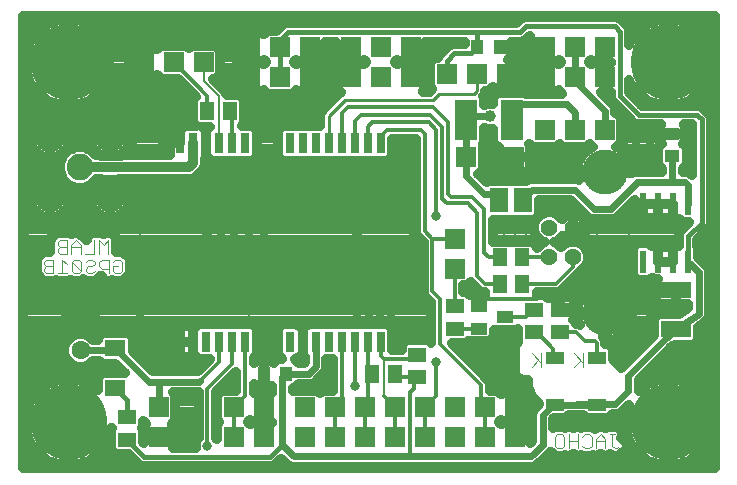
<source format=gbr>
G75*
%MOIN*%
%OFA0B0*%
%FSLAX24Y24*%
%IPPOS*%
%LPD*%
%AMOC8*
5,1,8,0,0,1.08239X$1,22.5*
%
%ADD10C,0.0040*%
%ADD11R,0.0315X0.0709*%
%ADD12R,0.0220X0.0780*%
%ADD13C,0.0562*%
%ADD14C,0.1500*%
%ADD15R,0.0650X0.0650*%
%ADD16R,0.0748X0.1339*%
%ADD17R,0.0512X0.0591*%
%ADD18R,0.0510X0.0390*%
%ADD19R,0.1000X0.0550*%
%ADD20R,0.0591X0.0413*%
%ADD21R,0.0591X0.0512*%
%ADD22C,0.1004*%
%ADD23C,0.0886*%
%ADD24R,0.0551X0.0394*%
%ADD25C,0.2540*%
%ADD26R,0.0390X0.0510*%
%ADD27R,0.0709X0.0669*%
%ADD28R,0.0591X0.0827*%
%ADD29OC8,0.0630*%
%ADD30C,0.0630*%
%ADD31R,0.0709X0.0551*%
%ADD32C,0.0339*%
%ADD33C,0.0120*%
%ADD34C,0.0317*%
%ADD35C,0.0240*%
%ADD36C,0.0160*%
%ADD37C,0.0100*%
%ADD38C,0.0080*%
%ADD39C,0.0080*%
%ADD40C,0.0396*%
D10*
X001265Y006975D02*
X001495Y006975D01*
X001495Y007435D01*
X001265Y007435D01*
X001188Y007359D01*
X001188Y007282D01*
X001265Y007205D01*
X001495Y007205D01*
X001265Y007205D02*
X001188Y007128D01*
X001188Y007052D01*
X001265Y006975D01*
X001649Y006975D02*
X001956Y006975D01*
X001802Y006975D02*
X001802Y007435D01*
X001956Y007282D01*
X002109Y007359D02*
X002416Y007052D01*
X002339Y006975D01*
X002186Y006975D01*
X002109Y007052D01*
X002109Y007359D01*
X002186Y007435D01*
X002339Y007435D01*
X002416Y007359D01*
X002416Y007052D01*
X002570Y007052D02*
X002646Y006975D01*
X002800Y006975D01*
X002877Y007052D01*
X002800Y007205D02*
X002646Y007205D01*
X002570Y007128D01*
X002570Y007052D01*
X002800Y007205D02*
X002877Y007282D01*
X002877Y007359D01*
X002800Y007435D01*
X002646Y007435D01*
X002570Y007359D01*
X002559Y007625D02*
X002866Y007625D01*
X002866Y008085D01*
X003020Y008085D02*
X003020Y007625D01*
X003107Y007435D02*
X003030Y007359D01*
X003030Y007205D01*
X003107Y007128D01*
X003337Y007128D01*
X003337Y006975D02*
X003337Y007435D01*
X003107Y007435D01*
X003327Y007625D02*
X003327Y008085D01*
X003173Y007932D01*
X003020Y008085D01*
X002406Y007932D02*
X002406Y007625D01*
X002099Y007625D02*
X002099Y007932D01*
X002252Y008085D01*
X002406Y007932D01*
X002406Y007855D02*
X002099Y007855D01*
X001945Y007855D02*
X001715Y007855D01*
X001638Y007778D01*
X001638Y007702D01*
X001715Y007625D01*
X001945Y007625D01*
X001945Y008085D01*
X001715Y008085D01*
X001638Y008009D01*
X001638Y007932D01*
X001715Y007855D01*
X003490Y007359D02*
X003567Y007435D01*
X003721Y007435D01*
X003797Y007359D01*
X003797Y007052D01*
X003721Y006975D01*
X003567Y006975D01*
X003490Y007052D01*
X003490Y007205D01*
X003644Y007205D01*
X017437Y004309D02*
X017744Y004002D01*
X017667Y004079D02*
X017437Y003849D01*
X017744Y003849D02*
X017744Y004309D01*
X018862Y004309D02*
X019169Y004002D01*
X019092Y004079D02*
X018862Y003849D01*
X019169Y003849D02*
X019169Y004309D01*
X019209Y001610D02*
X019362Y001610D01*
X019439Y001534D01*
X019439Y001227D01*
X019362Y001150D01*
X019209Y001150D01*
X019132Y001227D01*
X018979Y001150D02*
X018979Y001610D01*
X019132Y001534D02*
X019209Y001610D01*
X018979Y001380D02*
X018672Y001380D01*
X018518Y001227D02*
X018442Y001150D01*
X018288Y001150D01*
X018212Y001227D01*
X018212Y001534D01*
X018288Y001610D01*
X018442Y001610D01*
X018518Y001534D01*
X018518Y001227D01*
X018672Y001150D02*
X018672Y001610D01*
X019593Y001457D02*
X019593Y001150D01*
X019593Y001380D02*
X019900Y001380D01*
X019900Y001457D02*
X019900Y001150D01*
X020130Y001227D02*
X020130Y001610D01*
X020207Y001610D02*
X020053Y001610D01*
X019900Y001457D02*
X019746Y001610D01*
X019593Y001457D01*
X020130Y001227D02*
X020207Y001150D01*
X020283Y001150D01*
X020360Y001227D01*
D11*
X012411Y004698D03*
X011977Y004698D03*
X011544Y004698D03*
X011111Y004698D03*
X010678Y004698D03*
X010245Y004698D03*
X009812Y004698D03*
X009379Y004698D03*
X007883Y004698D03*
X007450Y004698D03*
X007017Y004698D03*
X006584Y004698D03*
X006151Y004698D03*
X005718Y004698D03*
X005718Y011312D03*
X006151Y011312D03*
X006584Y011312D03*
X007017Y011312D03*
X007450Y011312D03*
X007883Y011312D03*
X009379Y011312D03*
X009812Y011312D03*
X010245Y011312D03*
X010678Y011312D03*
X011111Y011312D03*
X011544Y011312D03*
X011977Y011312D03*
X012411Y011312D03*
D12*
X021155Y009300D03*
X021655Y009300D03*
X022155Y009300D03*
X022655Y009300D03*
X022655Y007360D03*
X022155Y007360D03*
X021655Y007360D03*
X021155Y007360D03*
D13*
X018817Y007513D03*
X018030Y007513D03*
X018030Y008497D03*
X018817Y008497D03*
D14*
X019880Y010367D03*
X019880Y005643D03*
D15*
X016880Y002505D03*
X015880Y002505D03*
X014880Y002505D03*
X013880Y002505D03*
X012880Y002505D03*
X011880Y002505D03*
X010880Y002505D03*
X009880Y002505D03*
X009880Y001505D03*
X010880Y001505D03*
X011880Y001505D03*
X012880Y001505D03*
X013880Y001505D03*
X014880Y001505D03*
X015880Y001505D03*
X016880Y001505D03*
X014880Y007130D03*
X014880Y008130D03*
X017880Y011755D03*
X018880Y011755D03*
X019880Y011755D03*
X019880Y013505D03*
X018880Y013505D03*
X017880Y013505D03*
X016605Y013605D03*
X015605Y013605D03*
X014605Y013605D03*
X013405Y013505D03*
X012405Y013505D03*
X011405Y013505D03*
X011405Y014505D03*
X012405Y014505D03*
X013405Y014505D03*
X010055Y014505D03*
X009055Y014505D03*
X008055Y014505D03*
X008055Y013505D03*
X009055Y013505D03*
X010055Y013505D03*
X006505Y014005D03*
X005505Y014005D03*
X004505Y014005D03*
X017880Y014505D03*
X018880Y014505D03*
X019880Y014505D03*
X008505Y002505D03*
X007505Y002505D03*
X007505Y001505D03*
X008505Y001505D03*
X005005Y001505D03*
X005005Y002505D03*
D16*
X015237Y012080D03*
X016773Y012080D03*
D17*
X017129Y007505D03*
X016381Y007505D03*
X016381Y006630D03*
X017129Y006630D03*
X012879Y003630D03*
X012131Y003630D03*
X007379Y012380D03*
X006631Y012380D03*
D18*
X022130Y011629D03*
X022130Y010881D03*
D19*
X022255Y006405D03*
X022255Y005105D03*
D20*
X019630Y004167D03*
X018205Y004167D03*
X018205Y002593D03*
X019630Y002593D03*
D21*
X018380Y005006D03*
X018380Y005754D03*
X017505Y005754D03*
X017505Y005006D03*
X014880Y005131D03*
X014880Y005879D03*
X013630Y004254D03*
X013630Y003506D03*
X003955Y002179D03*
X003955Y001431D03*
D22*
X003380Y009505D03*
X001380Y009505D03*
X001380Y011505D03*
X003380Y011505D03*
D23*
X002380Y010505D03*
D24*
X015697Y005879D03*
X016563Y005505D03*
X015697Y005131D03*
D25*
X022005Y002005D03*
X022005Y014005D03*
X002005Y014005D03*
X002005Y002005D03*
D26*
X008506Y003630D03*
X009254Y003630D03*
X015631Y014505D03*
X016379Y014505D03*
D27*
X016862Y010855D03*
X015248Y010855D03*
D28*
X016361Y009405D03*
X017149Y009405D03*
D29*
X002405Y005805D03*
D30*
X002405Y004405D03*
D31*
X003555Y004474D03*
X003555Y003136D03*
D32*
X000474Y000474D02*
X000474Y015536D01*
X023536Y015536D01*
X023536Y000474D01*
X000474Y000474D01*
X000474Y000680D02*
X001444Y000680D01*
X001389Y000702D02*
X001519Y000648D01*
X001655Y000607D01*
X001794Y000579D01*
X001859Y000573D01*
X001859Y001859D01*
X002151Y001859D01*
X002151Y000573D01*
X002216Y000579D01*
X002355Y000607D01*
X002491Y000648D01*
X002621Y000702D01*
X002746Y000769D01*
X002863Y000847D01*
X002973Y000937D01*
X003073Y001037D01*
X003163Y001147D01*
X003241Y001264D01*
X003308Y001389D01*
X003362Y001519D01*
X003403Y001655D01*
X003431Y001794D01*
X003434Y001825D01*
X003453Y001805D01*
X003430Y001782D01*
X003430Y001080D01*
X003565Y000946D01*
X004003Y000946D01*
X004356Y000593D01*
X004469Y000546D01*
X008767Y000546D01*
X008880Y000593D01*
X008967Y000680D01*
X009089Y000802D01*
X009307Y000584D01*
X009436Y000531D01*
X017499Y000531D01*
X017628Y000584D01*
X017726Y000682D01*
X018003Y000959D01*
X018065Y001021D01*
X018070Y001015D01*
X018070Y001015D01*
X018077Y001009D01*
X018147Y000939D01*
X018147Y000939D01*
X018147Y000939D01*
X018176Y000927D01*
X018239Y000901D01*
X018491Y000901D01*
X018557Y000928D01*
X018622Y000901D01*
X018722Y000901D01*
X018813Y000939D01*
X018825Y000951D01*
X018838Y000939D01*
X018929Y000901D01*
X019028Y000901D01*
X019094Y000928D01*
X019096Y000927D01*
X019159Y000901D01*
X019412Y000901D01*
X019478Y000928D01*
X019543Y000901D01*
X019642Y000901D01*
X019734Y000939D01*
X019746Y000951D01*
X019758Y000939D01*
X019850Y000901D01*
X019949Y000901D01*
X020041Y000939D01*
X020053Y000951D01*
X020065Y000939D01*
X020065Y000939D01*
X020065Y000939D01*
X020094Y000927D01*
X020157Y000901D01*
X020333Y000901D01*
X020425Y000939D01*
X020495Y001009D01*
X020571Y001085D01*
X020609Y001177D01*
X020609Y001276D01*
X020571Y001368D01*
X020501Y001438D01*
X020419Y001472D01*
X020456Y001561D01*
X020456Y001660D01*
X020418Y001752D01*
X020348Y001822D01*
X020256Y001860D01*
X020003Y001860D01*
X019912Y001822D01*
X019900Y001810D01*
X019887Y001822D01*
X019885Y001823D01*
X019796Y001860D01*
X019697Y001860D01*
X019695Y001859D01*
X019605Y001822D01*
X019605Y001822D01*
X019554Y001771D01*
X019505Y001821D01*
X019504Y001822D01*
X019467Y001837D01*
X019412Y001860D01*
X019159Y001860D01*
X019094Y001833D01*
X019028Y001860D01*
X018929Y001860D01*
X018838Y001822D01*
X018825Y001810D01*
X018813Y001822D01*
X018722Y001860D01*
X018622Y001860D01*
X018557Y001833D01*
X018546Y001837D01*
X018491Y001860D01*
X018239Y001860D01*
X018154Y001825D01*
X018154Y002110D01*
X018201Y002157D01*
X018595Y002157D01*
X018682Y002243D01*
X019153Y002243D01*
X019240Y002157D01*
X020020Y002157D01*
X020144Y002281D01*
X020299Y002281D01*
X020428Y002334D01*
X020693Y002599D01*
X020648Y002491D01*
X020607Y002355D01*
X020579Y002216D01*
X020573Y002151D01*
X021859Y002151D01*
X021859Y003437D01*
X021794Y003431D01*
X021655Y003403D01*
X021519Y003362D01*
X021389Y003308D01*
X021264Y003241D01*
X021147Y003163D01*
X021037Y003073D01*
X021004Y003040D01*
X021004Y003410D01*
X022135Y004541D01*
X022178Y004559D01*
X022220Y004601D01*
X022850Y004601D01*
X022984Y004735D01*
X022984Y005189D01*
X023174Y005322D01*
X023203Y005334D01*
X023230Y005361D01*
X023262Y005384D01*
X023279Y005410D01*
X023301Y005432D01*
X023316Y005468D01*
X023337Y005501D01*
X023342Y005532D01*
X023354Y005561D01*
X023354Y005599D01*
X023361Y005638D01*
X023354Y005668D01*
X023354Y007074D01*
X023301Y007203D01*
X022994Y007510D01*
X022994Y007845D01*
X022964Y007875D01*
X022964Y008077D01*
X023367Y008480D01*
X023414Y008593D01*
X023414Y012167D01*
X023367Y012280D01*
X023217Y012430D01*
X023217Y012430D01*
X023130Y012517D01*
X023017Y012564D01*
X021133Y012564D01*
X020689Y013008D01*
X020689Y013420D01*
X020702Y013389D01*
X020769Y013264D01*
X020847Y013147D01*
X020937Y013037D01*
X021037Y012937D01*
X021147Y012847D01*
X021264Y012769D01*
X021389Y012702D01*
X021519Y012648D01*
X021655Y012607D01*
X021794Y012579D01*
X021859Y012573D01*
X021859Y013859D01*
X022151Y013859D01*
X022151Y014151D01*
X021859Y014151D01*
X021859Y015437D01*
X021794Y015431D01*
X021655Y015403D01*
X021519Y015362D01*
X021389Y015308D01*
X021264Y015241D01*
X021147Y015163D01*
X021037Y015073D01*
X020937Y014973D01*
X020847Y014863D01*
X020769Y014746D01*
X020702Y014621D01*
X020689Y014590D01*
X020689Y015092D01*
X020642Y015205D01*
X020380Y015467D01*
X020267Y015514D01*
X017193Y015514D01*
X017080Y015467D01*
X016927Y015314D01*
X009243Y015314D01*
X009130Y015267D01*
X008922Y015059D01*
X008635Y015059D01*
X008513Y014937D01*
X008484Y014966D01*
X008445Y014988D01*
X008402Y014999D01*
X008055Y014999D01*
X007708Y014999D01*
X007665Y014988D01*
X007626Y014966D01*
X007594Y014934D01*
X007572Y014895D01*
X007561Y014852D01*
X007561Y014505D01*
X007561Y014158D01*
X007572Y014115D01*
X007594Y014076D01*
X007626Y014044D01*
X007665Y014022D01*
X007708Y014011D01*
X008055Y014011D01*
X008402Y014011D01*
X008445Y014022D01*
X008484Y014044D01*
X008513Y014073D01*
X008581Y014005D01*
X008513Y013937D01*
X008484Y013966D01*
X008445Y013988D01*
X008402Y013999D01*
X008055Y013999D01*
X007708Y013999D01*
X007665Y013988D01*
X007626Y013966D01*
X007594Y013934D01*
X007572Y013895D01*
X007561Y013852D01*
X007561Y013505D01*
X007561Y013158D01*
X007572Y013115D01*
X007594Y013076D01*
X007626Y013044D01*
X007665Y013022D01*
X007708Y013011D01*
X008055Y013011D01*
X008402Y013011D01*
X008445Y013022D01*
X008484Y013044D01*
X008513Y013073D01*
X008635Y012951D01*
X009475Y012951D01*
X009597Y013073D01*
X009626Y013044D01*
X009665Y013022D01*
X009708Y013011D01*
X010055Y013011D01*
X010402Y013011D01*
X010445Y013022D01*
X010484Y013044D01*
X010516Y013076D01*
X010538Y013115D01*
X010549Y013158D01*
X010549Y013505D01*
X010549Y013852D01*
X010538Y013895D01*
X010516Y013934D01*
X010484Y013966D01*
X010445Y013988D01*
X010402Y013999D01*
X010055Y013999D01*
X009708Y013999D01*
X009665Y013988D01*
X009626Y013966D01*
X009597Y013937D01*
X009529Y014005D01*
X009597Y014073D01*
X009626Y014044D01*
X009665Y014022D01*
X009708Y014011D01*
X010055Y014011D01*
X010402Y014011D01*
X010445Y014022D01*
X010484Y014044D01*
X010516Y014076D01*
X010538Y014115D01*
X010549Y014158D01*
X010549Y014505D01*
X010549Y014696D01*
X010911Y014696D01*
X010911Y014505D01*
X010911Y014158D01*
X010922Y014115D01*
X010944Y014076D01*
X010976Y014044D01*
X011015Y014022D01*
X011058Y014011D01*
X011405Y014011D01*
X011752Y014011D01*
X011795Y014022D01*
X011834Y014044D01*
X011863Y014073D01*
X011931Y014005D01*
X011863Y013937D01*
X011834Y013966D01*
X011795Y013988D01*
X011752Y013999D01*
X011405Y013999D01*
X011058Y013999D01*
X011015Y013988D01*
X010976Y013966D01*
X010944Y013934D01*
X010922Y013895D01*
X010911Y013852D01*
X010911Y013505D01*
X010911Y013158D01*
X010922Y013115D01*
X010944Y013076D01*
X010976Y013044D01*
X011015Y013022D01*
X011058Y013011D01*
X011092Y013011D01*
X011047Y012992D01*
X010968Y012913D01*
X010441Y012386D01*
X010399Y012284D01*
X010399Y011896D01*
X009127Y011896D01*
X008992Y011761D01*
X008992Y010863D01*
X009127Y010728D01*
X012663Y010728D01*
X012797Y010863D01*
X012797Y011466D01*
X013591Y011466D01*
X013591Y008322D01*
X013635Y008216D01*
X013716Y008135D01*
X013841Y008010D01*
X013841Y006322D01*
X013885Y006216D01*
X013966Y006135D01*
X014091Y006010D01*
X014091Y004669D01*
X014020Y004739D01*
X013240Y004739D01*
X013105Y004605D01*
X013105Y004419D01*
X012797Y004419D01*
X012797Y005147D01*
X012663Y005282D01*
X009993Y005282D01*
X009933Y005222D01*
X009812Y005222D01*
X009692Y005222D01*
X009632Y005282D01*
X009127Y005282D01*
X008992Y005147D01*
X008992Y004249D01*
X009126Y004114D01*
X008964Y004114D01*
X008837Y003988D01*
X008837Y003989D01*
X008805Y004021D01*
X008766Y004043D01*
X008723Y004054D01*
X008506Y004054D01*
X008289Y004054D01*
X008246Y004043D01*
X008207Y004021D01*
X008175Y003989D01*
X008172Y003984D01*
X008172Y004151D01*
X008270Y004249D01*
X008270Y005147D01*
X008135Y005282D01*
X006331Y005282D01*
X006271Y005222D01*
X006151Y005222D01*
X006151Y004698D01*
X006151Y004698D01*
X006151Y004174D01*
X006271Y004174D01*
X006331Y004114D01*
X006705Y004114D01*
X006320Y003729D01*
X006311Y003729D01*
X006250Y003704D01*
X004819Y003704D01*
X004139Y004385D01*
X004139Y004845D01*
X004004Y004979D01*
X003106Y004979D01*
X002971Y004845D01*
X002971Y004754D01*
X002825Y004754D01*
X002713Y004867D01*
X002513Y004949D01*
X002297Y004949D01*
X002097Y004867D01*
X001943Y004713D01*
X001861Y004513D01*
X001861Y004297D01*
X001943Y004097D01*
X002097Y003943D01*
X002297Y003861D01*
X002513Y003861D01*
X002713Y003943D01*
X002825Y004056D01*
X003019Y004056D01*
X003106Y003969D01*
X003566Y003969D01*
X003894Y003641D01*
X003106Y003641D01*
X002971Y003506D01*
X002971Y003074D01*
X002863Y003163D01*
X002746Y003241D01*
X002621Y003308D01*
X002491Y003362D01*
X002355Y003403D01*
X002216Y003431D01*
X002151Y003437D01*
X002151Y002151D01*
X001859Y002151D01*
X001859Y003437D01*
X001794Y003431D01*
X001655Y003403D01*
X001519Y003362D01*
X001389Y003308D01*
X001264Y003241D01*
X001147Y003163D01*
X001037Y003073D01*
X000937Y002973D01*
X000847Y002863D01*
X000769Y002746D01*
X000702Y002621D01*
X000648Y002491D01*
X000607Y002355D01*
X000579Y002216D01*
X000573Y002151D01*
X001859Y002151D01*
X001859Y001859D01*
X000573Y001859D01*
X000579Y001794D01*
X000607Y001655D01*
X000648Y001519D01*
X000702Y001389D01*
X000769Y001264D01*
X000847Y001147D01*
X000937Y001037D01*
X001037Y000937D01*
X001147Y000847D01*
X001264Y000769D01*
X001389Y000702D01*
X001859Y000680D02*
X002151Y000680D01*
X002151Y001017D02*
X001859Y001017D01*
X001859Y001354D02*
X002151Y001354D01*
X002151Y001691D02*
X001859Y001691D01*
X001859Y002029D02*
X000474Y002029D01*
X000474Y002366D02*
X000610Y002366D01*
X000474Y002703D02*
X000746Y002703D01*
X001005Y003041D02*
X000474Y003041D01*
X000474Y003378D02*
X001572Y003378D01*
X001859Y003378D02*
X002151Y003378D01*
X002438Y003378D02*
X002971Y003378D01*
X003820Y003715D02*
X000474Y003715D01*
X000474Y004052D02*
X001988Y004052D01*
X001861Y004390D02*
X000474Y004390D01*
X000474Y004727D02*
X001957Y004727D01*
X002204Y005321D02*
X001921Y005604D01*
X001921Y005805D01*
X002405Y005805D01*
X002405Y005805D01*
X002405Y006289D01*
X002204Y006289D01*
X001921Y006006D01*
X001921Y005805D01*
X002405Y005805D01*
X002889Y005805D01*
X002889Y006006D01*
X002606Y006289D01*
X002405Y006289D01*
X002405Y005805D01*
X002405Y005805D01*
X002405Y005805D01*
X002889Y005805D01*
X002889Y005604D01*
X002606Y005321D01*
X002405Y005321D01*
X002405Y005805D01*
X002405Y005805D01*
X002405Y005321D01*
X002204Y005321D01*
X002123Y005402D02*
X000474Y005402D01*
X000474Y005739D02*
X001921Y005739D01*
X001991Y006076D02*
X000474Y006076D01*
X000474Y006413D02*
X013841Y006413D01*
X013841Y006751D02*
X003831Y006751D01*
X003862Y006764D02*
X003770Y006726D01*
X003518Y006726D01*
X003455Y006752D01*
X003452Y006753D01*
X003387Y006726D01*
X003287Y006726D01*
X003196Y006764D01*
X003126Y006834D01*
X003107Y006879D01*
X003057Y006879D01*
X003057Y006879D01*
X002941Y006764D01*
X002849Y006726D01*
X002597Y006726D01*
X002530Y006753D01*
X002505Y006764D01*
X002505Y006764D01*
X002493Y006776D01*
X002481Y006764D01*
X002389Y006726D01*
X002136Y006726D01*
X002071Y006753D01*
X002005Y006726D01*
X001599Y006726D01*
X001572Y006737D01*
X001545Y006726D01*
X001216Y006726D01*
X001149Y006753D01*
X001124Y006764D01*
X001124Y006764D01*
X001124Y006764D01*
X001054Y006834D01*
X001054Y006834D01*
X001047Y006840D01*
X001047Y006840D01*
X000978Y006909D01*
X000977Y006910D01*
X000977Y006910D01*
X000962Y006948D01*
X000939Y007002D01*
X000939Y007178D01*
X000950Y007205D01*
X000939Y007232D01*
X000939Y007408D01*
X000977Y007500D01*
X001124Y007647D01*
X001216Y007685D01*
X001389Y007685D01*
X001389Y007828D01*
X001400Y007855D01*
X001389Y007882D01*
X001389Y008058D01*
X001427Y008150D01*
X001497Y008220D01*
X001574Y008297D01*
X001666Y008335D01*
X001995Y008335D01*
X002087Y008297D01*
X002099Y008285D01*
X002111Y008297D01*
X002111Y008297D01*
X002201Y008334D01*
X002203Y008335D01*
X002302Y008335D01*
X002391Y008298D01*
X002394Y008297D01*
X002464Y008227D01*
X002464Y008227D01*
X002617Y008074D01*
X002617Y008135D01*
X002655Y008227D01*
X002725Y008297D01*
X002817Y008335D01*
X002916Y008335D01*
X002943Y008324D01*
X002970Y008335D01*
X003069Y008335D01*
X003161Y008297D01*
X003173Y008285D01*
X003182Y008293D01*
X003185Y008297D01*
X003277Y008335D01*
X003376Y008335D01*
X003468Y008297D01*
X003538Y008227D01*
X003576Y008135D01*
X003576Y007685D01*
X003770Y007685D01*
X003825Y007662D01*
X003862Y007647D01*
X003862Y007647D01*
X003863Y007646D01*
X003932Y007577D01*
X003932Y007577D01*
X003939Y007570D01*
X004009Y007500D01*
X004009Y007500D01*
X004019Y007475D01*
X004047Y007408D01*
X004047Y007002D01*
X004009Y006910D01*
X003862Y006764D01*
X004047Y007088D02*
X013841Y007088D01*
X013841Y007425D02*
X004040Y007425D01*
X003576Y007762D02*
X013841Y007762D01*
X013751Y008100D02*
X003576Y008100D01*
X002617Y008100D02*
X002591Y008100D01*
X003082Y008902D02*
X003164Y008868D01*
X003249Y008845D01*
X003336Y008834D01*
X003380Y008834D01*
X003424Y008834D01*
X003511Y008845D01*
X003596Y008868D01*
X003678Y008902D01*
X003754Y008946D01*
X003824Y008999D01*
X003886Y009061D01*
X003939Y009131D01*
X003983Y009207D01*
X004017Y009289D01*
X004040Y009374D01*
X004051Y009461D01*
X004051Y009505D01*
X003380Y009505D01*
X004051Y009505D01*
X004051Y009549D01*
X004040Y009636D01*
X004017Y009721D01*
X003983Y009803D01*
X003939Y009879D01*
X003886Y009949D01*
X003824Y010011D01*
X003754Y010064D01*
X003681Y010106D01*
X006084Y010106D01*
X006231Y010167D01*
X006343Y010279D01*
X006489Y010425D01*
X006549Y010571D01*
X006549Y010788D01*
X006584Y010788D01*
X006704Y010788D01*
X006764Y010728D01*
X008135Y010728D01*
X008270Y010863D01*
X008270Y011761D01*
X008135Y011896D01*
X007770Y011896D01*
X007864Y011990D01*
X007864Y012770D01*
X007730Y012905D01*
X007274Y012905D01*
X007274Y012934D01*
X007233Y013033D01*
X007158Y013108D01*
X006815Y013451D01*
X006925Y013451D01*
X007059Y013585D01*
X007059Y014425D01*
X006925Y014559D01*
X006085Y014559D01*
X006005Y014479D01*
X005925Y014559D01*
X005085Y014559D01*
X004963Y014437D01*
X004934Y014466D01*
X004895Y014488D01*
X004852Y014499D01*
X004505Y014499D01*
X004158Y014499D01*
X004115Y014488D01*
X004076Y014466D01*
X004044Y014434D01*
X004022Y014395D01*
X004011Y014352D01*
X004011Y014005D01*
X004011Y013658D01*
X004022Y013615D01*
X004044Y013576D01*
X004076Y013544D01*
X004115Y013522D01*
X004158Y013511D01*
X004505Y013511D01*
X004852Y013511D01*
X004895Y013522D01*
X004934Y013544D01*
X004963Y013573D01*
X005085Y013451D01*
X005650Y013451D01*
X006238Y012863D01*
X006146Y012770D01*
X006146Y011990D01*
X006240Y011896D01*
X005898Y011896D01*
X005838Y011836D01*
X005718Y011836D01*
X005718Y011312D01*
X005718Y011312D01*
X005718Y011836D01*
X005538Y011836D01*
X005495Y011824D01*
X005456Y011802D01*
X005425Y011770D01*
X005402Y011732D01*
X005391Y011689D01*
X005391Y011312D01*
X005391Y010935D01*
X005399Y010904D01*
X003681Y010904D01*
X003754Y010946D01*
X003824Y010999D01*
X003886Y011061D01*
X003939Y011131D01*
X003983Y011207D01*
X004017Y011289D01*
X004040Y011374D01*
X004051Y011461D01*
X004051Y011505D01*
X003380Y011505D01*
X003380Y011505D01*
X003380Y012176D01*
X003336Y012176D01*
X003249Y012165D01*
X003164Y012142D01*
X003082Y012108D01*
X003006Y012064D01*
X002936Y012011D01*
X002874Y011949D01*
X002821Y011879D01*
X002777Y011803D01*
X002743Y011721D01*
X002720Y011636D01*
X002709Y011549D01*
X002709Y011505D01*
X002709Y011461D01*
X002720Y011374D01*
X002743Y011289D01*
X002777Y011207D01*
X002821Y011131D01*
X002874Y011061D01*
X002936Y010999D01*
X003006Y010946D01*
X003079Y010904D01*
X002932Y010904D01*
X002761Y011075D01*
X002514Y011177D01*
X002246Y011177D01*
X001999Y011075D01*
X001810Y010886D01*
X001708Y010639D01*
X001708Y010371D01*
X001810Y010124D01*
X001999Y009935D01*
X002246Y009833D01*
X002514Y009833D01*
X002761Y009935D01*
X002932Y010106D01*
X003079Y010106D01*
X003006Y010064D01*
X002936Y010011D01*
X002874Y009949D01*
X002821Y009879D01*
X002777Y009803D01*
X002743Y009721D01*
X002720Y009636D01*
X002709Y009549D01*
X002709Y009505D01*
X002709Y009461D01*
X002720Y009374D01*
X002743Y009289D01*
X002777Y009207D01*
X002821Y009131D01*
X002874Y009061D01*
X002936Y008999D01*
X003006Y008946D01*
X003082Y008902D01*
X002836Y009112D02*
X001924Y009112D01*
X001939Y009131D02*
X001886Y009061D01*
X001824Y008999D01*
X001754Y008946D01*
X001678Y008902D01*
X001596Y008868D01*
X001511Y008845D01*
X001424Y008834D01*
X001380Y008834D01*
X001380Y009505D01*
X001380Y009505D01*
X001380Y010176D01*
X001336Y010176D01*
X001249Y010165D01*
X001164Y010142D01*
X001082Y010108D01*
X001006Y010064D01*
X000936Y010011D01*
X000874Y009949D01*
X000821Y009879D01*
X000777Y009803D01*
X000743Y009721D01*
X000720Y009636D01*
X000709Y009549D01*
X000709Y009505D01*
X000709Y009461D01*
X000720Y009374D01*
X000743Y009289D01*
X000777Y009207D01*
X000821Y009131D01*
X000874Y009061D01*
X000936Y008999D01*
X001006Y008946D01*
X001082Y008902D01*
X001164Y008868D01*
X001249Y008845D01*
X001336Y008834D01*
X001380Y008834D01*
X001380Y009505D01*
X002051Y009505D01*
X001380Y009505D01*
X001380Y009505D01*
X001380Y009505D01*
X000709Y009505D01*
X001380Y009505D01*
X001380Y010176D01*
X001424Y010176D01*
X001511Y010165D01*
X001596Y010142D01*
X001678Y010108D01*
X001754Y010064D01*
X001824Y010011D01*
X001886Y009949D01*
X001939Y009879D01*
X001983Y009803D01*
X002017Y009721D01*
X002040Y009636D01*
X002051Y009549D01*
X002051Y009505D01*
X002051Y009461D01*
X002040Y009374D01*
X002017Y009289D01*
X001983Y009207D01*
X001939Y009131D01*
X002050Y009449D02*
X002710Y009449D01*
X002709Y009505D02*
X003380Y009505D01*
X003380Y009505D01*
X003380Y008834D01*
X003380Y009505D01*
X003380Y009505D01*
X003380Y009505D01*
X002709Y009505D01*
X002770Y009786D02*
X001990Y009786D01*
X001811Y010123D02*
X001641Y010123D01*
X001380Y010123D02*
X001380Y010123D01*
X001119Y010123D02*
X000474Y010123D01*
X000474Y009786D02*
X000770Y009786D01*
X000710Y009449D02*
X000474Y009449D01*
X000474Y009112D02*
X000836Y009112D01*
X000474Y008774D02*
X013591Y008774D01*
X013591Y008437D02*
X000474Y008437D01*
X000474Y008100D02*
X001406Y008100D01*
X001389Y007762D02*
X000474Y007762D01*
X000474Y007425D02*
X000946Y007425D01*
X000939Y007088D02*
X000474Y007088D01*
X000474Y006751D02*
X001155Y006751D01*
X002066Y006751D02*
X002076Y006751D01*
X002450Y006751D02*
X002536Y006751D01*
X002505Y006764D02*
X002505Y006764D01*
X002910Y006751D02*
X003227Y006751D01*
X003447Y006751D02*
X003457Y006751D01*
X002819Y006076D02*
X014025Y006076D01*
X014091Y005739D02*
X002889Y005739D01*
X002687Y005402D02*
X014091Y005402D01*
X014091Y005064D02*
X012797Y005064D01*
X012797Y004727D02*
X013227Y004727D01*
X014033Y004727D02*
X014091Y004727D01*
X014774Y004646D02*
X015270Y004646D01*
X015329Y004705D01*
X016068Y004705D01*
X016202Y004839D01*
X016202Y005079D01*
X016934Y005079D01*
X016980Y005125D01*
X016980Y004678D01*
X016966Y004667D01*
X016948Y004649D01*
X016932Y004628D01*
X016918Y004607D01*
X016907Y004583D01*
X016899Y004559D01*
X016893Y004534D01*
X016890Y004508D01*
X016890Y003649D01*
X016893Y003624D01*
X016899Y003599D01*
X016907Y003574D01*
X016918Y003551D01*
X016932Y003529D01*
X016948Y003509D01*
X016966Y003491D01*
X016987Y003475D01*
X017008Y003461D01*
X017032Y003450D01*
X017056Y003441D01*
X017081Y003436D01*
X017107Y003433D01*
X017304Y003433D01*
X017304Y003201D01*
X017441Y002870D01*
X017680Y002631D01*
X017680Y002624D01*
X017509Y002453D01*
X017456Y002324D01*
X017456Y001400D01*
X017374Y001319D01*
X017374Y001505D01*
X017374Y001852D01*
X017363Y001895D01*
X017341Y001934D01*
X017309Y001966D01*
X017270Y001988D01*
X017227Y001999D01*
X016880Y001999D01*
X016533Y001999D01*
X016490Y001988D01*
X016451Y001966D01*
X016422Y001937D01*
X016354Y002005D01*
X016422Y002073D01*
X016451Y002044D01*
X016490Y002022D01*
X016533Y002011D01*
X016880Y002011D01*
X017227Y002011D01*
X017270Y002022D01*
X017309Y002044D01*
X017341Y002076D01*
X017363Y002115D01*
X017374Y002158D01*
X017374Y002505D01*
X017374Y002852D01*
X017363Y002895D01*
X017341Y002934D01*
X017309Y002966D01*
X017270Y002988D01*
X017227Y002999D01*
X016880Y002999D01*
X016533Y002999D01*
X016490Y002988D01*
X016451Y002966D01*
X016422Y002937D01*
X016300Y003059D01*
X016044Y003059D01*
X016044Y003313D01*
X016000Y003419D01*
X015919Y003500D01*
X014774Y004646D01*
X015030Y004390D02*
X016890Y004390D01*
X016890Y004052D02*
X015367Y004052D01*
X015704Y003715D02*
X016890Y003715D01*
X017304Y003378D02*
X016017Y003378D01*
X015919Y003500D02*
X015919Y003500D01*
X016319Y003041D02*
X017370Y003041D01*
X017374Y002703D02*
X017608Y002703D01*
X017374Y002505D02*
X016880Y002505D01*
X016880Y002505D01*
X016880Y002999D01*
X016880Y002505D01*
X016880Y002505D01*
X017374Y002505D01*
X017374Y002366D02*
X017473Y002366D01*
X017456Y002029D02*
X017282Y002029D01*
X016880Y002029D02*
X016880Y002029D01*
X016880Y002011D02*
X016880Y002505D01*
X016880Y002505D01*
X016880Y002011D01*
X016880Y001999D02*
X016880Y001505D01*
X016880Y001505D01*
X016880Y001999D01*
X016880Y001691D02*
X016880Y001691D01*
X016880Y001505D02*
X017374Y001505D01*
X016880Y001505D01*
X016880Y001505D01*
X017374Y001354D02*
X017410Y001354D01*
X017374Y001691D02*
X017456Y001691D01*
X018154Y002029D02*
X021859Y002029D01*
X021859Y002151D02*
X021859Y001859D01*
X022151Y001859D01*
X022151Y002151D01*
X021859Y002151D01*
X021859Y002366D02*
X022151Y002366D01*
X022151Y002151D02*
X022151Y003437D01*
X022216Y003431D01*
X022355Y003403D01*
X022491Y003362D01*
X022621Y003308D01*
X022746Y003241D01*
X022863Y003163D01*
X022973Y003073D01*
X023073Y002973D01*
X023163Y002863D01*
X023241Y002746D01*
X023308Y002621D01*
X023362Y002491D01*
X023403Y002355D01*
X023431Y002216D01*
X023437Y002151D01*
X022151Y002151D01*
X022151Y002029D02*
X023536Y002029D01*
X023437Y001859D02*
X022151Y001859D01*
X022151Y000573D01*
X022216Y000579D01*
X022355Y000607D01*
X022491Y000648D01*
X022621Y000702D01*
X022746Y000769D01*
X022863Y000847D01*
X022973Y000937D01*
X023073Y001037D01*
X023163Y001147D01*
X023241Y001264D01*
X023308Y001389D01*
X023362Y001519D01*
X023403Y001655D01*
X023431Y001794D01*
X023437Y001859D01*
X023410Y001691D02*
X023536Y001691D01*
X023536Y001354D02*
X023289Y001354D01*
X023052Y001017D02*
X023536Y001017D01*
X023536Y000680D02*
X022566Y000680D01*
X022151Y000680D02*
X021859Y000680D01*
X021859Y000573D02*
X021859Y001859D01*
X020573Y001859D01*
X020579Y001794D01*
X020607Y001655D01*
X020648Y001519D01*
X020702Y001389D01*
X020769Y001264D01*
X020847Y001147D01*
X020937Y001037D01*
X021037Y000937D01*
X021147Y000847D01*
X021264Y000769D01*
X021389Y000702D01*
X021519Y000648D01*
X021655Y000607D01*
X021794Y000579D01*
X021859Y000573D01*
X021444Y000680D02*
X017724Y000680D01*
X017726Y000682D02*
X017726Y000682D01*
X018003Y000959D02*
X018003Y000959D01*
X018061Y001017D02*
X018069Y001017D01*
X019504Y001822D02*
X019504Y001822D01*
X020443Y001691D02*
X020600Y001691D01*
X020577Y001354D02*
X020721Y001354D01*
X020503Y001017D02*
X020958Y001017D01*
X021859Y001017D02*
X022151Y001017D01*
X022151Y001354D02*
X021859Y001354D01*
X021859Y001691D02*
X022151Y001691D01*
X023400Y002366D02*
X023536Y002366D01*
X023536Y002703D02*
X023264Y002703D01*
X023005Y003041D02*
X023536Y003041D01*
X023536Y003378D02*
X022438Y003378D01*
X022151Y003378D02*
X021859Y003378D01*
X021572Y003378D02*
X021004Y003378D01*
X021309Y003715D02*
X023536Y003715D01*
X023536Y004052D02*
X021646Y004052D01*
X021984Y004390D02*
X023536Y004390D01*
X023536Y004727D02*
X022976Y004727D01*
X022984Y005064D02*
X023536Y005064D01*
X023536Y005402D02*
X023274Y005402D01*
X023354Y005739D02*
X023536Y005739D01*
X023536Y006076D02*
X023354Y006076D01*
X023354Y006413D02*
X023536Y006413D01*
X023536Y006751D02*
X023354Y006751D01*
X023349Y007088D02*
X023536Y007088D01*
X023536Y007425D02*
X023079Y007425D01*
X022994Y007762D02*
X023536Y007762D01*
X023536Y008100D02*
X022987Y008100D01*
X023325Y008437D02*
X023536Y008437D01*
X023536Y008774D02*
X023414Y008774D01*
X023414Y009112D02*
X023536Y009112D01*
X023536Y009449D02*
X023414Y009449D01*
X023414Y009786D02*
X023536Y009786D01*
X023536Y010123D02*
X023414Y010123D01*
X023414Y010461D02*
X023536Y010461D01*
X023536Y010798D02*
X023414Y010798D01*
X023414Y011135D02*
X023536Y011135D01*
X023536Y011473D02*
X023414Y011473D01*
X023414Y011810D02*
X023536Y011810D01*
X023536Y012147D02*
X023414Y012147D01*
X023536Y012484D02*
X023163Y012484D01*
X022863Y012847D02*
X022746Y012769D01*
X022621Y012702D01*
X022491Y012648D01*
X022355Y012607D01*
X022216Y012579D01*
X022151Y012573D01*
X022151Y013859D01*
X023437Y013859D01*
X023431Y013794D01*
X023403Y013655D01*
X023362Y013519D01*
X023308Y013389D01*
X023241Y013264D01*
X023163Y013147D01*
X023073Y013037D01*
X022973Y012937D01*
X022863Y012847D01*
X022825Y012822D02*
X023536Y012822D01*
X023536Y013159D02*
X023171Y013159D01*
X023352Y013496D02*
X023536Y013496D01*
X023536Y013834D02*
X023434Y013834D01*
X023437Y014151D02*
X023431Y014216D01*
X023403Y014355D01*
X023362Y014491D01*
X023308Y014621D01*
X023241Y014746D01*
X023163Y014863D01*
X023073Y014973D01*
X022973Y015073D01*
X022863Y015163D01*
X022746Y015241D01*
X022621Y015308D01*
X022491Y015362D01*
X022355Y015403D01*
X022216Y015431D01*
X022151Y015437D01*
X022151Y014151D01*
X023437Y014151D01*
X023435Y014171D02*
X023536Y014171D01*
X023536Y014508D02*
X023355Y014508D01*
X023175Y014845D02*
X023536Y014845D01*
X023536Y015183D02*
X022833Y015183D01*
X022151Y015183D02*
X021859Y015183D01*
X021859Y014845D02*
X022151Y014845D01*
X022151Y014508D02*
X021859Y014508D01*
X021859Y014171D02*
X022151Y014171D01*
X022151Y013834D02*
X021859Y013834D01*
X021859Y013496D02*
X022151Y013496D01*
X022151Y013159D02*
X021859Y013159D01*
X021859Y012822D02*
X022151Y012822D01*
X021185Y012822D02*
X020876Y012822D01*
X020839Y013159D02*
X020689Y013159D01*
X020071Y013011D02*
X020071Y012818D01*
X020118Y012705D01*
X020205Y012618D01*
X020743Y012080D01*
X020830Y011993D01*
X020943Y011946D01*
X021757Y011946D01*
X021739Y011928D01*
X021717Y011889D01*
X021706Y011846D01*
X021706Y011629D01*
X021706Y011412D01*
X021717Y011369D01*
X021739Y011330D01*
X021771Y011298D01*
X021772Y011298D01*
X021646Y011171D01*
X021646Y010591D01*
X021780Y010457D01*
X021781Y010457D01*
X021781Y010354D01*
X020886Y010354D01*
X020779Y010310D01*
X019937Y010310D01*
X019937Y010424D01*
X020799Y010424D01*
X020788Y010521D01*
X020765Y010622D01*
X020731Y010720D01*
X020686Y010813D01*
X020631Y010900D01*
X020567Y010981D01*
X020494Y011054D01*
X020413Y011118D01*
X020325Y011173D01*
X020268Y011201D01*
X020300Y011201D01*
X020434Y011335D01*
X020434Y012175D01*
X020300Y012309D01*
X020229Y012309D01*
X020229Y012449D01*
X020176Y012578D01*
X020078Y012676D01*
X019744Y013011D01*
X019880Y013011D01*
X020071Y013011D01*
X020071Y012822D02*
X019932Y012822D01*
X019880Y013011D02*
X019880Y013505D01*
X019880Y013505D01*
X019880Y013999D01*
X020071Y013999D01*
X020071Y014011D01*
X019880Y014011D01*
X019880Y014505D01*
X019880Y014505D01*
X019880Y014011D01*
X019533Y014011D01*
X019490Y014022D01*
X019451Y014044D01*
X019422Y014073D01*
X019354Y014005D01*
X019422Y013937D01*
X019451Y013966D01*
X019490Y013988D01*
X019533Y013999D01*
X019880Y013999D01*
X019880Y013505D01*
X019880Y013505D01*
X019880Y013011D01*
X019880Y013159D02*
X019880Y013159D01*
X019880Y013496D02*
X019880Y013496D01*
X019880Y013834D02*
X019880Y013834D01*
X019880Y014171D02*
X019880Y014171D01*
X020689Y014845D02*
X020835Y014845D01*
X020652Y015183D02*
X021177Y015183D01*
X023536Y015520D02*
X000474Y015520D01*
X000474Y015183D02*
X001177Y015183D01*
X001147Y015163D02*
X001037Y015073D01*
X000937Y014973D01*
X000847Y014863D01*
X000769Y014746D01*
X000702Y014621D01*
X000648Y014491D01*
X000607Y014355D01*
X000579Y014216D01*
X000573Y014151D01*
X001859Y014151D01*
X001859Y015437D01*
X001794Y015431D01*
X001655Y015403D01*
X001519Y015362D01*
X001389Y015308D01*
X001264Y015241D01*
X001147Y015163D01*
X000835Y014845D02*
X000474Y014845D01*
X000474Y014508D02*
X000655Y014508D01*
X000575Y014171D02*
X000474Y014171D01*
X000573Y013859D02*
X000579Y013794D01*
X000607Y013655D01*
X000648Y013519D01*
X000702Y013389D01*
X000769Y013264D01*
X000847Y013147D01*
X000937Y013037D01*
X001037Y012937D01*
X001147Y012847D01*
X001264Y012769D01*
X001389Y012702D01*
X001519Y012648D01*
X001655Y012607D01*
X001794Y012579D01*
X001859Y012573D01*
X001859Y013859D01*
X002151Y013859D01*
X002151Y014151D01*
X003437Y014151D01*
X003431Y014216D01*
X003403Y014355D01*
X003362Y014491D01*
X003308Y014621D01*
X003241Y014746D01*
X003163Y014863D01*
X003073Y014973D01*
X002973Y015073D01*
X002863Y015163D01*
X002746Y015241D01*
X002621Y015308D01*
X002491Y015362D01*
X002355Y015403D01*
X002216Y015431D01*
X002151Y015437D01*
X002151Y014151D01*
X001859Y014151D01*
X001859Y013859D01*
X000573Y013859D01*
X000576Y013834D02*
X000474Y013834D01*
X000474Y013496D02*
X000658Y013496D01*
X000839Y013159D02*
X000474Y013159D01*
X000474Y012822D02*
X001185Y012822D01*
X001859Y012822D02*
X002151Y012822D01*
X002151Y012573D02*
X002216Y012579D01*
X002355Y012607D01*
X002491Y012648D01*
X002621Y012702D01*
X002746Y012769D01*
X002863Y012847D01*
X002973Y012937D01*
X003073Y013037D01*
X003163Y013147D01*
X003241Y013264D01*
X003308Y013389D01*
X003362Y013519D01*
X003403Y013655D01*
X003431Y013794D01*
X003437Y013859D01*
X002151Y013859D01*
X002151Y012573D01*
X001754Y012064D02*
X001678Y012108D01*
X001596Y012142D01*
X001511Y012165D01*
X001424Y012176D01*
X001380Y012176D01*
X001336Y012176D01*
X001249Y012165D01*
X001164Y012142D01*
X001082Y012108D01*
X001006Y012064D01*
X000936Y012011D01*
X000874Y011949D01*
X000821Y011879D01*
X000777Y011803D01*
X000743Y011721D01*
X000720Y011636D01*
X000709Y011549D01*
X000709Y011505D01*
X000709Y011461D01*
X000720Y011374D01*
X000743Y011289D01*
X000777Y011207D01*
X000821Y011131D01*
X000874Y011061D01*
X000936Y010999D01*
X001006Y010946D01*
X001082Y010902D01*
X001164Y010868D01*
X001249Y010845D01*
X001336Y010834D01*
X001380Y010834D01*
X001424Y010834D01*
X001511Y010845D01*
X001596Y010868D01*
X001678Y010902D01*
X001754Y010946D01*
X001824Y010999D01*
X001886Y011061D01*
X001939Y011131D01*
X001983Y011207D01*
X002017Y011289D01*
X002040Y011374D01*
X002051Y011461D01*
X002051Y011505D01*
X001380Y011505D01*
X001380Y011505D01*
X001380Y012176D01*
X001380Y011505D01*
X002051Y011505D01*
X002051Y011549D01*
X002040Y011636D01*
X002017Y011721D01*
X001983Y011803D01*
X001939Y011879D01*
X001886Y011949D01*
X001824Y012011D01*
X001754Y012064D01*
X001577Y012147D02*
X003183Y012147D01*
X003380Y012147D02*
X003380Y012147D01*
X003380Y012176D02*
X003380Y011505D01*
X004051Y011505D01*
X004051Y011549D01*
X004040Y011636D01*
X004017Y011721D01*
X003983Y011803D01*
X003939Y011879D01*
X003886Y011949D01*
X003824Y012011D01*
X003754Y012064D01*
X003678Y012108D01*
X003596Y012142D01*
X003511Y012165D01*
X003424Y012176D01*
X003380Y012176D01*
X003577Y012147D02*
X006146Y012147D01*
X006444Y011855D02*
X006724Y011855D01*
X006704Y011836D01*
X006584Y011836D01*
X006584Y011312D01*
X006584Y010788D01*
X006584Y011312D01*
X006584Y011312D01*
X006584Y011312D01*
X006584Y011836D01*
X006463Y011836D01*
X006444Y011855D01*
X006584Y011810D02*
X006584Y011810D01*
X006584Y011473D02*
X006584Y011473D01*
X006584Y011135D02*
X006584Y011135D01*
X006584Y010798D02*
X006584Y010798D01*
X006504Y010461D02*
X013591Y010461D01*
X013591Y010798D02*
X012733Y010798D01*
X012797Y011135D02*
X013591Y011135D01*
X013591Y010123D02*
X006126Y010123D01*
X006005Y010505D02*
X002380Y010505D01*
X001774Y010798D02*
X000474Y010798D01*
X000474Y010461D02*
X001708Y010461D01*
X001380Y010834D02*
X001380Y011505D01*
X001380Y011505D01*
X001380Y011505D01*
X000709Y011505D01*
X001380Y011505D01*
X001380Y011505D01*
X001380Y010834D01*
X001380Y011135D02*
X001380Y011135D01*
X001380Y011473D02*
X001380Y011473D01*
X001380Y011810D02*
X001380Y011810D01*
X001380Y012147D02*
X001380Y012147D01*
X001183Y012147D02*
X000474Y012147D01*
X000474Y011810D02*
X000781Y011810D01*
X000709Y011473D02*
X000474Y011473D01*
X000474Y011135D02*
X000818Y011135D01*
X001942Y011135D02*
X002145Y011135D01*
X002051Y011473D02*
X002709Y011473D01*
X002709Y011505D02*
X003380Y011505D01*
X003380Y011505D01*
X003380Y011505D01*
X002709Y011505D01*
X002781Y011810D02*
X001979Y011810D01*
X002615Y011135D02*
X002818Y011135D01*
X003380Y011810D02*
X003380Y011810D01*
X003979Y011810D02*
X005470Y011810D01*
X005718Y011810D02*
X005718Y011810D01*
X005718Y011473D02*
X005718Y011473D01*
X005718Y011312D02*
X005391Y011312D01*
X005718Y011312D01*
X005718Y011312D01*
X005391Y011473D02*
X004051Y011473D01*
X003942Y011135D02*
X005391Y011135D01*
X006151Y011312D02*
X006151Y010651D01*
X006005Y010505D01*
X003990Y009786D02*
X013591Y009786D01*
X013591Y009449D02*
X004050Y009449D01*
X003380Y009449D02*
X003380Y009449D01*
X003380Y009112D02*
X003380Y009112D01*
X003924Y009112D02*
X013591Y009112D01*
X015663Y010291D02*
X015697Y010291D01*
X015832Y010425D01*
X015832Y011285D01*
X015821Y011296D01*
X015841Y011316D01*
X015841Y011831D01*
X015970Y011777D01*
X016140Y011777D01*
X016169Y011790D01*
X016169Y011316D01*
X016304Y011181D01*
X016338Y011181D01*
X016338Y010855D01*
X016338Y010498D01*
X016350Y010455D01*
X016372Y010416D01*
X016404Y010385D01*
X016442Y010363D01*
X016485Y010351D01*
X016862Y010351D01*
X016862Y010855D01*
X016338Y010855D01*
X016862Y010855D01*
X016862Y010855D01*
X016862Y010855D01*
X016862Y010351D01*
X017239Y010351D01*
X017282Y010363D01*
X017320Y010385D01*
X017352Y010416D01*
X017374Y010455D01*
X017386Y010498D01*
X017386Y010855D01*
X017386Y011212D01*
X017374Y011255D01*
X017353Y011292D01*
X017361Y011300D01*
X017460Y011201D01*
X018300Y011201D01*
X018380Y011281D01*
X018460Y011201D01*
X019300Y011201D01*
X019380Y011281D01*
X019460Y011201D01*
X019492Y011201D01*
X019435Y011173D01*
X019347Y011118D01*
X019266Y011054D01*
X019193Y010981D01*
X019129Y010900D01*
X019074Y010813D01*
X019029Y010720D01*
X018995Y010622D01*
X018972Y010521D01*
X018961Y010424D01*
X019823Y010424D01*
X019823Y010310D01*
X018961Y010310D01*
X018972Y010213D01*
X018995Y010112D01*
X019006Y010081D01*
X018949Y010104D01*
X017386Y010104D01*
X017257Y010051D01*
X017254Y010048D01*
X016758Y010048D01*
X016755Y010044D01*
X016752Y010048D01*
X015971Y010048D01*
X015939Y010015D01*
X015663Y010291D01*
X015831Y010123D02*
X018993Y010123D01*
X018965Y010461D02*
X017376Y010461D01*
X017386Y010798D02*
X019067Y010798D01*
X019374Y011135D02*
X017386Y011135D01*
X017386Y010855D02*
X016862Y010855D01*
X016862Y010855D01*
X017386Y010855D01*
X016862Y010798D02*
X016862Y010798D01*
X016862Y010461D02*
X016862Y010461D01*
X016348Y010461D02*
X015832Y010461D01*
X015832Y010798D02*
X016338Y010798D01*
X016338Y011135D02*
X015832Y011135D01*
X015841Y011473D02*
X016169Y011473D01*
X015892Y011810D02*
X015841Y011810D01*
X015841Y012579D02*
X015841Y012844D01*
X015815Y012870D01*
X015842Y012897D01*
X015884Y012999D01*
X015884Y013051D01*
X016025Y013051D01*
X016147Y013173D01*
X016176Y013144D01*
X016215Y013122D01*
X016258Y013111D01*
X016605Y013111D01*
X016952Y013111D01*
X016995Y013122D01*
X017034Y013144D01*
X017066Y013176D01*
X017088Y013215D01*
X017099Y013258D01*
X017099Y013605D01*
X017099Y013952D01*
X017088Y013995D01*
X017066Y014034D01*
X017034Y014066D01*
X016995Y014088D01*
X016952Y014099D01*
X016652Y014099D01*
X016678Y014114D01*
X016710Y014146D01*
X016732Y014185D01*
X016743Y014228D01*
X016743Y014505D01*
X016743Y014696D01*
X017117Y014696D01*
X017230Y014743D01*
X017383Y014896D01*
X017397Y014896D01*
X017397Y014895D01*
X017386Y014852D01*
X017386Y014505D01*
X017386Y014158D01*
X017397Y014115D01*
X017419Y014076D01*
X017451Y014044D01*
X017490Y014022D01*
X017533Y014011D01*
X017880Y014011D01*
X018227Y014011D01*
X018270Y014022D01*
X018309Y014044D01*
X018338Y014073D01*
X018406Y014005D01*
X018338Y013937D01*
X018309Y013966D01*
X018270Y013988D01*
X018227Y013999D01*
X017880Y013999D01*
X017533Y013999D01*
X017490Y013988D01*
X017451Y013966D01*
X017419Y013934D01*
X017397Y013895D01*
X017386Y013852D01*
X017386Y013505D01*
X017386Y013158D01*
X017397Y013115D01*
X017419Y013076D01*
X017451Y013044D01*
X017490Y013022D01*
X017533Y013011D01*
X017880Y013011D01*
X018227Y013011D01*
X018270Y013022D01*
X018309Y013044D01*
X018338Y013073D01*
X018456Y012954D01*
X017266Y012954D01*
X017242Y012979D01*
X016304Y012979D01*
X016169Y012844D01*
X016169Y012620D01*
X016140Y012633D01*
X015970Y012633D01*
X015841Y012579D01*
X015841Y012822D02*
X016169Y012822D01*
X016161Y013159D02*
X016133Y013159D01*
X016605Y013159D02*
X016605Y013159D01*
X016605Y013111D02*
X016605Y013605D01*
X017099Y013605D01*
X016605Y013605D01*
X016605Y013605D01*
X016605Y013605D01*
X016605Y013111D01*
X017049Y013159D02*
X017386Y013159D01*
X017386Y013496D02*
X017099Y013496D01*
X017386Y013505D02*
X017880Y013505D01*
X017880Y013505D01*
X017880Y013999D01*
X017880Y013505D01*
X017880Y013011D01*
X017880Y013505D01*
X017880Y013505D01*
X017880Y013505D01*
X017386Y013505D01*
X017386Y013834D02*
X017099Y013834D01*
X017386Y014171D02*
X016724Y014171D01*
X016743Y014505D02*
X016379Y014505D01*
X016743Y014505D01*
X016743Y014508D02*
X017386Y014508D01*
X017386Y014505D02*
X017880Y014505D01*
X017880Y014011D01*
X017880Y014505D01*
X017880Y014505D01*
X017880Y014505D01*
X017386Y014505D01*
X017386Y014845D02*
X017333Y014845D01*
X017880Y014171D02*
X017880Y014171D01*
X017880Y013834D02*
X017880Y013834D01*
X017880Y013496D02*
X017880Y013496D01*
X017880Y013159D02*
X017880Y013159D01*
X016605Y013496D02*
X016605Y013496D01*
X016379Y014505D02*
X016379Y014505D01*
X015207Y014614D02*
X014793Y014614D01*
X014680Y014567D01*
X014593Y014480D01*
X014343Y014230D01*
X014313Y014159D01*
X014185Y014159D01*
X014051Y014025D01*
X014051Y013185D01*
X014120Y013115D01*
X014118Y013113D01*
X014039Y013034D01*
X013817Y013034D01*
X013834Y013044D01*
X013866Y013076D01*
X013888Y013115D01*
X013899Y013158D01*
X013899Y013505D01*
X013899Y013852D01*
X013888Y013895D01*
X013866Y013934D01*
X013834Y013966D01*
X013795Y013988D01*
X013752Y013999D01*
X013405Y013999D01*
X013058Y013999D01*
X013015Y013988D01*
X012976Y013966D01*
X012947Y013937D01*
X012879Y014005D01*
X012947Y014073D01*
X012976Y014044D01*
X013015Y014022D01*
X013058Y014011D01*
X013405Y014011D01*
X013752Y014011D01*
X013795Y014022D01*
X013834Y014044D01*
X013866Y014076D01*
X013888Y014115D01*
X013899Y014158D01*
X013899Y014505D01*
X013899Y014696D01*
X015207Y014696D01*
X015207Y014614D01*
X014621Y014508D02*
X013899Y014508D01*
X013899Y014505D02*
X013405Y014505D01*
X013405Y014505D01*
X013899Y014505D01*
X013899Y014171D02*
X014318Y014171D01*
X014051Y013834D02*
X013899Y013834D01*
X013899Y013505D02*
X013405Y013505D01*
X013405Y013505D01*
X013405Y013999D01*
X013405Y013505D01*
X013405Y013505D01*
X013899Y013505D01*
X013899Y013496D02*
X014051Y013496D01*
X014077Y013159D02*
X013899Y013159D01*
X013405Y013834D02*
X013405Y013834D01*
X013405Y014011D02*
X013405Y014505D01*
X013405Y014011D01*
X013405Y014171D02*
X013405Y014171D01*
X013405Y014505D02*
X013405Y014505D01*
X011405Y014505D02*
X011405Y014011D01*
X011405Y014505D01*
X011405Y014505D01*
X011405Y014505D01*
X010911Y014505D01*
X011405Y014505D01*
X011405Y014171D02*
X011405Y014171D01*
X011405Y013999D02*
X011405Y013505D01*
X011405Y013505D01*
X011405Y013999D01*
X011405Y013834D02*
X011405Y013834D01*
X011405Y013505D02*
X010911Y013505D01*
X011405Y013505D01*
X011405Y013505D01*
X010911Y013496D02*
X010549Y013496D01*
X010549Y013505D02*
X010055Y013505D01*
X010055Y013505D01*
X010055Y013999D01*
X010055Y013505D01*
X010549Y013505D01*
X010549Y013834D02*
X010911Y013834D01*
X010911Y014171D02*
X010549Y014171D01*
X010549Y014505D02*
X010055Y014505D01*
X010549Y014505D01*
X010549Y014508D02*
X010911Y014508D01*
X010055Y014505D02*
X010055Y014505D01*
X010055Y014011D01*
X010055Y014505D01*
X010055Y014505D01*
X010055Y014171D02*
X010055Y014171D01*
X010055Y013834D02*
X010055Y013834D01*
X010055Y013505D02*
X010055Y013505D01*
X010055Y013011D01*
X010055Y013505D01*
X010055Y013505D01*
X010055Y013496D02*
X010055Y013496D01*
X010055Y013159D02*
X010055Y013159D01*
X010549Y013159D02*
X010911Y013159D01*
X010877Y012822D02*
X007813Y012822D01*
X008055Y013011D02*
X008055Y013505D01*
X008055Y013505D01*
X008055Y013999D01*
X008055Y013505D01*
X008055Y013011D01*
X008055Y013159D02*
X008055Y013159D01*
X008055Y013496D02*
X008055Y013496D01*
X008055Y013505D02*
X008055Y013505D01*
X008055Y013505D01*
X007561Y013505D01*
X008055Y013505D01*
X008055Y013834D02*
X008055Y013834D01*
X008055Y014011D02*
X008055Y014505D01*
X008055Y014505D01*
X008055Y014999D01*
X008055Y014505D01*
X008055Y014011D01*
X008055Y014171D02*
X008055Y014171D01*
X008055Y014505D02*
X008055Y014505D01*
X008055Y014505D01*
X007561Y014505D01*
X008055Y014505D01*
X008055Y014508D02*
X008055Y014508D01*
X008055Y014845D02*
X008055Y014845D01*
X007561Y014845D02*
X003175Y014845D01*
X003355Y014508D02*
X005034Y014508D01*
X004505Y014499D02*
X004505Y014005D01*
X004505Y014005D01*
X004505Y014499D01*
X004505Y014171D02*
X004505Y014171D01*
X004505Y014005D02*
X004505Y014005D01*
X004505Y013511D01*
X004505Y014005D01*
X004505Y014005D01*
X004011Y014005D01*
X004505Y014005D01*
X004505Y013834D02*
X004505Y013834D01*
X004011Y013834D02*
X003434Y013834D01*
X003435Y014171D02*
X004011Y014171D01*
X003352Y013496D02*
X005039Y013496D01*
X005942Y013159D02*
X003171Y013159D01*
X002825Y012822D02*
X006197Y012822D01*
X006146Y012484D02*
X000474Y012484D01*
X001859Y013159D02*
X002151Y013159D01*
X002151Y013496D02*
X001859Y013496D01*
X001859Y013834D02*
X002151Y013834D01*
X002151Y014171D02*
X001859Y014171D01*
X001859Y014508D02*
X002151Y014508D01*
X002151Y014845D02*
X001859Y014845D01*
X001859Y015183D02*
X002151Y015183D01*
X002833Y015183D02*
X009045Y015183D01*
X007561Y014508D02*
X006976Y014508D01*
X007059Y014171D02*
X007561Y014171D01*
X007561Y013834D02*
X007059Y013834D01*
X006971Y013496D02*
X007561Y013496D01*
X007561Y013159D02*
X007107Y013159D01*
X007864Y012484D02*
X010539Y012484D01*
X010399Y012147D02*
X007864Y012147D01*
X008221Y011810D02*
X009041Y011810D01*
X008992Y011473D02*
X008270Y011473D01*
X008270Y011135D02*
X008992Y011135D01*
X009057Y010798D02*
X008205Y010798D01*
X006034Y014508D02*
X005976Y014508D01*
X001380Y009786D02*
X001380Y009786D01*
X001380Y009505D02*
X001380Y009505D01*
X001380Y009449D02*
X001380Y009449D01*
X001380Y009112D02*
X001380Y009112D01*
X002405Y006076D02*
X002405Y006076D01*
X002405Y005739D02*
X002405Y005739D01*
X002405Y005402D02*
X002405Y005402D01*
X002822Y004052D02*
X003023Y004052D01*
X004139Y004390D02*
X005391Y004390D01*
X005391Y004321D02*
X005402Y004278D01*
X005425Y004240D01*
X005456Y004208D01*
X005495Y004186D01*
X005538Y004174D01*
X005718Y004174D01*
X005897Y004174D01*
X005934Y004184D01*
X005971Y004174D01*
X006151Y004174D01*
X006151Y004698D01*
X006151Y004698D01*
X006151Y005222D01*
X005971Y005222D01*
X005934Y005212D01*
X005897Y005222D01*
X005718Y005222D01*
X005718Y004698D01*
X006044Y004698D01*
X006151Y004698D01*
X006151Y004698D01*
X005718Y004698D01*
X005718Y004698D01*
X005718Y004698D01*
X005718Y004174D01*
X005718Y004698D01*
X005718Y004698D01*
X005718Y005222D01*
X005538Y005222D01*
X005495Y005210D01*
X005456Y005188D01*
X005425Y005156D01*
X005402Y005118D01*
X005391Y005075D01*
X005391Y004698D01*
X005718Y004698D01*
X005718Y004698D01*
X005391Y004698D01*
X005391Y004321D01*
X005718Y004390D02*
X005718Y004390D01*
X005718Y004727D02*
X005718Y004727D01*
X005391Y004727D02*
X004139Y004727D01*
X004471Y004052D02*
X006643Y004052D01*
X006276Y003715D02*
X004808Y003715D01*
X005479Y003006D02*
X006341Y003006D01*
X006341Y001490D01*
X006301Y001450D01*
X006242Y001307D01*
X006242Y001164D01*
X005499Y001164D01*
X005499Y001505D01*
X005499Y001852D01*
X005488Y001895D01*
X005466Y001934D01*
X005437Y001963D01*
X005559Y002085D01*
X005559Y002925D01*
X005479Y003006D01*
X005559Y002703D02*
X006341Y002703D01*
X006341Y002366D02*
X005559Y002366D01*
X005503Y002029D02*
X006341Y002029D01*
X006341Y001691D02*
X005499Y001691D01*
X005499Y001505D02*
X005005Y001505D01*
X005005Y001505D01*
X005499Y001505D01*
X005499Y001354D02*
X006261Y001354D01*
X006919Y001490D02*
X006919Y003010D01*
X007594Y003684D01*
X007594Y003059D01*
X007085Y003059D01*
X006951Y002925D01*
X006951Y002085D01*
X007031Y002005D01*
X006951Y001925D01*
X006951Y001458D01*
X006919Y001490D01*
X006919Y001691D02*
X006951Y001691D01*
X006919Y002029D02*
X007007Y002029D01*
X006951Y002366D02*
X006919Y002366D01*
X006919Y002703D02*
X006951Y002703D01*
X006950Y003041D02*
X007066Y003041D01*
X007287Y003378D02*
X007594Y003378D01*
X008172Y003276D02*
X008175Y003271D01*
X008207Y003239D01*
X008246Y003217D01*
X008289Y003206D01*
X008506Y003206D01*
X008723Y003206D01*
X008766Y003217D01*
X008781Y003225D01*
X008781Y002999D01*
X008505Y002999D01*
X008172Y002999D01*
X008172Y003276D01*
X008172Y003041D02*
X008781Y003041D01*
X008505Y002999D02*
X008505Y002505D01*
X008505Y002505D01*
X008505Y002999D01*
X008506Y003206D02*
X008506Y003630D01*
X008506Y003630D01*
X008506Y004054D01*
X008506Y003630D01*
X008506Y003206D01*
X008506Y003378D02*
X008506Y003378D01*
X008506Y003630D02*
X008506Y003630D01*
X008506Y003715D02*
X008506Y003715D01*
X008506Y004052D02*
X008506Y004052D01*
X008731Y004052D02*
X008902Y004052D01*
X008992Y004390D02*
X008270Y004390D01*
X008270Y004727D02*
X008992Y004727D01*
X008992Y005064D02*
X008270Y005064D01*
X008281Y004052D02*
X008172Y004052D01*
X009544Y004114D02*
X009632Y004114D01*
X009692Y004174D01*
X009812Y004174D01*
X009812Y004698D01*
X009812Y005222D01*
X009812Y004698D01*
X009812Y004698D01*
X009812Y004698D01*
X009812Y004174D01*
X009896Y004174D01*
X009896Y004015D01*
X009860Y003979D01*
X009678Y003979D01*
X009678Y003980D01*
X009544Y004114D01*
X009606Y004052D02*
X009896Y004052D01*
X009812Y004390D02*
X009812Y004390D01*
X009812Y004727D02*
X009812Y004727D01*
X009812Y005064D02*
X009812Y005064D01*
X010595Y004114D02*
X010822Y004114D01*
X010822Y003059D01*
X010460Y003059D01*
X010380Y002979D01*
X010300Y003059D01*
X009479Y003059D01*
X009479Y003146D01*
X009544Y003146D01*
X009678Y003280D01*
X009678Y003281D01*
X010074Y003281D01*
X010203Y003334D01*
X010301Y003432D01*
X010541Y003672D01*
X010595Y003801D01*
X010595Y004114D01*
X010595Y004052D02*
X010822Y004052D01*
X010822Y003715D02*
X010559Y003715D01*
X010822Y003378D02*
X010247Y003378D01*
X010319Y003041D02*
X010441Y003041D01*
X008781Y002011D02*
X008781Y001999D01*
X008505Y001999D01*
X008158Y001999D01*
X008115Y001988D01*
X008076Y001966D01*
X008047Y001937D01*
X007979Y002005D01*
X008047Y002073D01*
X008076Y002044D01*
X008115Y002022D01*
X008158Y002011D01*
X008505Y002011D01*
X008781Y002011D01*
X008505Y002011D02*
X008505Y002505D01*
X008505Y002505D01*
X008505Y002011D01*
X008505Y001999D02*
X008505Y001505D01*
X008505Y001505D01*
X008505Y001999D01*
X008505Y002029D02*
X008505Y002029D01*
X008505Y002366D02*
X008505Y002366D01*
X008505Y002703D02*
X008505Y002703D01*
X008103Y002029D02*
X008003Y002029D01*
X008505Y001691D02*
X008505Y001691D01*
X008967Y000680D02*
X009211Y000680D01*
X005005Y001505D02*
X004511Y001505D01*
X004511Y001313D01*
X004480Y001344D01*
X004480Y001782D01*
X004457Y001805D01*
X004480Y001828D01*
X004480Y002056D01*
X004573Y001963D01*
X004544Y001934D01*
X004522Y001895D01*
X004511Y001852D01*
X004511Y001505D01*
X005005Y001505D01*
X005005Y001505D01*
X004511Y001354D02*
X004480Y001354D01*
X004480Y001691D02*
X004511Y001691D01*
X004507Y002029D02*
X004480Y002029D01*
X003430Y001691D02*
X003410Y001691D01*
X003430Y001354D02*
X003289Y001354D01*
X003494Y001017D02*
X003052Y001017D01*
X002566Y000680D02*
X004269Y000680D01*
X002151Y002366D02*
X001859Y002366D01*
X001859Y002703D02*
X002151Y002703D01*
X002151Y003041D02*
X001859Y003041D01*
X000600Y001691D02*
X000474Y001691D01*
X000474Y001354D02*
X000721Y001354D01*
X000958Y001017D02*
X000474Y001017D01*
X006151Y004390D02*
X006151Y004390D01*
X006151Y004727D02*
X006151Y004727D01*
X006151Y005064D02*
X006151Y005064D01*
X005718Y005064D02*
X005718Y005064D01*
X005391Y005064D02*
X000474Y005064D01*
X015169Y006364D02*
X015169Y006576D01*
X015300Y006576D01*
X015413Y006688D01*
X015466Y006635D01*
X015635Y006466D01*
X015716Y006385D01*
X015822Y006341D01*
X015896Y006341D01*
X015896Y006245D01*
X015697Y006245D01*
X015697Y005879D01*
X015697Y005879D01*
X015697Y006245D01*
X015399Y006245D01*
X015391Y006243D01*
X015270Y006364D01*
X015169Y006364D01*
X015169Y006413D02*
X015687Y006413D01*
X015697Y006076D02*
X015697Y006076D01*
X016202Y005064D02*
X016980Y005064D01*
X016980Y004727D02*
X016090Y004727D01*
X017614Y006239D02*
X017614Y006240D01*
X017614Y006341D01*
X018313Y006341D01*
X018419Y006385D01*
X018500Y006466D01*
X019062Y007028D01*
X019079Y007069D01*
X019106Y007080D01*
X019250Y007224D01*
X019328Y007411D01*
X019328Y007614D01*
X019250Y007802D01*
X019106Y007946D01*
X018919Y008023D01*
X018715Y008023D01*
X018528Y007946D01*
X018423Y007841D01*
X018319Y007946D01*
X018175Y008005D01*
X018319Y008064D01*
X018462Y008208D01*
X018465Y008215D01*
X018473Y008204D01*
X018524Y008154D01*
X018581Y008112D01*
X018644Y008080D01*
X018712Y008058D01*
X018782Y008047D01*
X018817Y008047D01*
X018852Y008047D01*
X018922Y008058D01*
X018990Y008080D01*
X019053Y008112D01*
X019110Y008154D01*
X019161Y008204D01*
X019202Y008261D01*
X019234Y008324D01*
X019256Y008392D01*
X019268Y008462D01*
X019268Y008497D01*
X018817Y008497D01*
X018817Y008047D01*
X018817Y008497D01*
X018817Y008497D01*
X018817Y008497D01*
X019268Y008497D01*
X019268Y008533D01*
X019256Y008603D01*
X019234Y008670D01*
X019202Y008733D01*
X019161Y008791D01*
X019110Y008841D01*
X019053Y008882D01*
X018990Y008915D01*
X018922Y008937D01*
X018852Y008948D01*
X018817Y008948D01*
X018782Y008948D01*
X018712Y008937D01*
X018644Y008915D01*
X018581Y008882D01*
X018524Y008841D01*
X018473Y008791D01*
X018465Y008779D01*
X018462Y008786D01*
X018319Y008930D01*
X018131Y009008D01*
X017928Y009008D01*
X017740Y008930D01*
X017597Y008786D01*
X017519Y008599D01*
X017519Y008396D01*
X017597Y008208D01*
X017740Y008064D01*
X017884Y008005D01*
X017740Y007946D01*
X017614Y007820D01*
X017614Y007895D01*
X017480Y008030D01*
X016778Y008030D01*
X016755Y008007D01*
X016732Y008030D01*
X016144Y008030D01*
X016144Y008762D01*
X016752Y008762D01*
X016755Y008766D01*
X016758Y008762D01*
X017539Y008762D01*
X017673Y008897D01*
X017673Y009406D01*
X018735Y009406D01*
X019209Y008932D01*
X019307Y008834D01*
X019436Y008781D01*
X020149Y008781D01*
X020278Y008834D01*
X020876Y009431D01*
X020876Y009300D01*
X020876Y008888D01*
X020887Y008845D01*
X020909Y008806D01*
X020941Y008774D01*
X019172Y008774D01*
X018817Y008774D02*
X018817Y008774D01*
X018817Y008948D02*
X018817Y008497D01*
X018817Y008497D01*
X018817Y008948D01*
X019029Y009112D02*
X017673Y009112D01*
X017592Y008774D02*
X017551Y008774D01*
X017519Y008437D02*
X016144Y008437D01*
X016144Y008100D02*
X017705Y008100D01*
X018354Y008100D02*
X018605Y008100D01*
X018817Y008100D02*
X018817Y008100D01*
X019029Y008100D02*
X022346Y008100D01*
X022346Y008267D02*
X022346Y007899D01*
X022330Y007908D01*
X022287Y007919D01*
X022155Y007919D01*
X022023Y007919D01*
X021980Y007908D01*
X021941Y007886D01*
X021909Y007854D01*
X021905Y007846D01*
X021901Y007854D01*
X021869Y007886D01*
X021830Y007908D01*
X021787Y007919D01*
X021655Y007919D01*
X021523Y007919D01*
X021480Y007908D01*
X021449Y007890D01*
X021360Y007979D01*
X020950Y007979D01*
X020816Y007845D01*
X020816Y006875D01*
X020950Y006741D01*
X021360Y006741D01*
X021449Y006830D01*
X021480Y006812D01*
X021523Y006801D01*
X021636Y006801D01*
X021619Y006784D01*
X021597Y006745D01*
X021586Y006702D01*
X021586Y006405D01*
X021586Y006108D01*
X021597Y006065D01*
X021619Y006026D01*
X021651Y005994D01*
X021690Y005972D01*
X021733Y005961D01*
X022255Y005961D01*
X022656Y005961D01*
X022656Y005812D01*
X022366Y005609D01*
X021660Y005609D01*
X021526Y005475D01*
X021526Y004920D01*
X020424Y003818D01*
X020394Y003890D01*
X020155Y004129D01*
X020155Y004469D01*
X020020Y004603D01*
X019894Y004603D01*
X019894Y004713D01*
X019850Y004819D01*
X019823Y004846D01*
X019823Y005586D01*
X018961Y005586D01*
X018972Y005489D01*
X018995Y005388D01*
X019029Y005290D01*
X019043Y005262D01*
X018962Y005295D01*
X018905Y005295D01*
X018905Y005357D01*
X018832Y005430D01*
X018833Y005433D01*
X018845Y005476D01*
X018845Y005754D01*
X018845Y006032D01*
X018833Y006075D01*
X018811Y006114D01*
X018779Y006145D01*
X018741Y006168D01*
X018698Y006179D01*
X018380Y006179D01*
X018062Y006179D01*
X018019Y006168D01*
X017986Y006149D01*
X017895Y006239D01*
X017614Y006239D01*
X018380Y006179D02*
X018380Y005754D01*
X018380Y005754D01*
X018845Y005754D01*
X018380Y005754D01*
X018380Y005754D01*
X018380Y006179D01*
X018380Y006076D02*
X018380Y006076D01*
X018833Y006076D02*
X019068Y006076D01*
X019074Y006088D02*
X019029Y005995D01*
X018995Y005898D01*
X018972Y005797D01*
X018961Y005700D01*
X019823Y005700D01*
X019823Y006562D01*
X019726Y006551D01*
X019625Y006528D01*
X019528Y006494D01*
X019435Y006449D01*
X019347Y006394D01*
X019266Y006329D01*
X019193Y006256D01*
X019129Y006176D01*
X019074Y006088D01*
X019378Y006413D02*
X018448Y006413D01*
X018785Y006751D02*
X020940Y006751D01*
X021370Y006751D02*
X021600Y006751D01*
X021586Y006413D02*
X020382Y006413D01*
X020413Y006394D02*
X020325Y006449D01*
X020232Y006494D01*
X020135Y006528D01*
X020034Y006551D01*
X019937Y006562D01*
X019937Y005700D01*
X019823Y005700D01*
X019823Y005586D01*
X019937Y005586D01*
X019937Y005700D01*
X020799Y005700D01*
X020788Y005797D01*
X020765Y005898D01*
X020731Y005995D01*
X020686Y006088D01*
X020631Y006176D01*
X020567Y006256D01*
X020494Y006329D01*
X020413Y006394D01*
X020692Y006076D02*
X021594Y006076D01*
X021586Y006405D02*
X022255Y006405D01*
X022255Y005961D01*
X022255Y006405D01*
X022255Y006405D01*
X022255Y006405D01*
X021586Y006405D01*
X022255Y006076D02*
X022255Y006076D01*
X022551Y005739D02*
X020794Y005739D01*
X020799Y005586D02*
X019937Y005586D01*
X019937Y004724D01*
X020034Y004735D01*
X020135Y004758D01*
X020232Y004792D01*
X020325Y004837D01*
X020413Y004892D01*
X020494Y004956D01*
X020567Y005029D01*
X020631Y005110D01*
X020686Y005197D01*
X020731Y005290D01*
X020765Y005388D01*
X020788Y005489D01*
X020799Y005586D01*
X020768Y005402D02*
X021526Y005402D01*
X021526Y005064D02*
X020595Y005064D01*
X019937Y005064D02*
X019823Y005064D01*
X019823Y005402D02*
X019937Y005402D01*
X019937Y005739D02*
X019823Y005739D01*
X019823Y006076D02*
X019937Y006076D01*
X019937Y006413D02*
X019823Y006413D01*
X019114Y007088D02*
X020816Y007088D01*
X020816Y007425D02*
X019328Y007425D01*
X019266Y007762D02*
X020816Y007762D01*
X021655Y007762D02*
X021655Y007762D01*
X021655Y007919D02*
X021655Y007360D01*
X021934Y007360D01*
X022155Y007360D01*
X022155Y007360D01*
X022155Y007919D01*
X022155Y007360D01*
X022155Y007360D01*
X021655Y007360D01*
X021655Y007360D01*
X021655Y007360D01*
X021655Y007919D01*
X022155Y007762D02*
X022155Y007762D01*
X022155Y007425D02*
X022155Y007425D01*
X021655Y007425D02*
X021655Y007425D01*
X022346Y008267D02*
X022393Y008380D01*
X022693Y008681D01*
X022450Y008681D01*
X022361Y008770D01*
X022330Y008752D01*
X022287Y008741D01*
X022155Y008741D01*
X022155Y009300D01*
X022155Y009300D01*
X021655Y009300D01*
X021655Y009300D01*
X021876Y009300D01*
X022155Y009300D01*
X022155Y009300D01*
X022155Y008741D01*
X022023Y008741D01*
X021980Y008752D01*
X021941Y008774D01*
X021869Y008774D01*
X021901Y008806D01*
X021905Y008814D01*
X021909Y008806D01*
X021941Y008774D01*
X021869Y008774D02*
X021830Y008752D01*
X021787Y008741D01*
X021655Y008741D01*
X021655Y009300D01*
X021655Y009300D01*
X021155Y009300D01*
X021155Y009300D01*
X021376Y009300D01*
X021655Y009300D01*
X021655Y009300D01*
X021655Y008741D01*
X021523Y008741D01*
X021480Y008752D01*
X021441Y008774D01*
X021369Y008774D01*
X021401Y008806D01*
X021405Y008814D01*
X021409Y008806D01*
X021441Y008774D01*
X021369Y008774D02*
X021330Y008752D01*
X021287Y008741D01*
X021155Y008741D01*
X021155Y009300D01*
X021155Y009300D01*
X021155Y009300D01*
X020876Y009300D01*
X021155Y009300D01*
X021155Y008741D01*
X021023Y008741D01*
X020980Y008752D01*
X020941Y008774D01*
X021155Y008774D02*
X021155Y008774D01*
X021155Y009112D02*
X021155Y009112D01*
X020876Y009112D02*
X020556Y009112D01*
X021655Y009112D02*
X021655Y009112D01*
X021655Y008774D02*
X021655Y008774D01*
X022155Y008774D02*
X022155Y008774D01*
X022155Y009112D02*
X022155Y009112D01*
X022450Y008437D02*
X019264Y008437D01*
X018817Y008437D02*
X018817Y008437D01*
X020795Y010461D02*
X021776Y010461D01*
X021646Y010798D02*
X020693Y010798D01*
X020386Y011135D02*
X021646Y011135D01*
X021706Y011473D02*
X020434Y011473D01*
X020434Y011810D02*
X021706Y011810D01*
X021706Y011629D02*
X022130Y011629D01*
X022130Y011629D01*
X022554Y011629D01*
X022554Y011846D01*
X022543Y011889D01*
X022521Y011928D01*
X022503Y011946D01*
X022796Y011946D01*
X022796Y010259D01*
X022753Y010301D01*
X022624Y010354D01*
X022479Y010354D01*
X022479Y010457D01*
X022480Y010457D01*
X022614Y010591D01*
X022614Y011171D01*
X022488Y011298D01*
X022489Y011298D01*
X022521Y011330D01*
X022543Y011369D01*
X022554Y011412D01*
X022554Y011629D01*
X022130Y011629D01*
X021706Y011629D01*
X022130Y011629D02*
X022130Y011629D01*
X022554Y011473D02*
X022796Y011473D01*
X022796Y011810D02*
X022554Y011810D01*
X022614Y011135D02*
X022796Y011135D01*
X022796Y010798D02*
X022614Y010798D01*
X022484Y010461D02*
X022796Y010461D01*
X020675Y012147D02*
X020434Y012147D01*
X020338Y012484D02*
X020215Y012484D01*
X018966Y005739D02*
X018845Y005739D01*
X018860Y005402D02*
X018992Y005402D01*
X019888Y004727D02*
X019937Y004727D01*
X019963Y004727D02*
X021333Y004727D01*
X020996Y004390D02*
X020155Y004390D01*
X020232Y004052D02*
X020658Y004052D01*
X021004Y003041D02*
X021005Y003041D01*
X021859Y003041D02*
X022151Y003041D01*
X022151Y002703D02*
X021859Y002703D01*
X020610Y002366D02*
X020460Y002366D01*
X016880Y002366D02*
X016880Y002366D01*
X016880Y002703D02*
X016880Y002703D01*
X016478Y002029D02*
X016378Y002029D01*
D33*
X015880Y002505D02*
X015880Y001505D01*
X015880Y002505D02*
X015755Y002630D01*
X015755Y003255D01*
X014380Y004630D01*
X014380Y006130D01*
X014130Y006380D01*
X014130Y008130D01*
X014880Y008130D01*
X014130Y008130D02*
X013880Y008380D01*
X013880Y011630D01*
X013755Y011755D01*
X012630Y011755D01*
X012411Y011536D01*
X012411Y011312D01*
X011977Y011312D02*
X011977Y011852D01*
X012130Y012005D01*
X014005Y012005D01*
X014255Y011755D01*
X014255Y008880D01*
X014605Y009305D02*
X014455Y009455D01*
X014455Y011855D01*
X014055Y012255D01*
X011755Y012255D01*
X011544Y012044D01*
X011544Y011312D01*
X011111Y011312D02*
X011111Y012311D01*
X011305Y012505D01*
X011355Y012505D02*
X014155Y012505D01*
X014655Y012005D01*
X014655Y009605D01*
X014755Y009505D01*
X015455Y009505D01*
X015855Y009105D01*
X015855Y007655D01*
X016005Y007505D01*
X016381Y007505D01*
X017129Y007505D02*
X017137Y007513D01*
X018030Y007513D01*
X018817Y007513D02*
X018817Y007192D01*
X018255Y006630D01*
X017129Y006630D01*
X017630Y006130D02*
X017755Y006255D01*
X017880Y006255D01*
X018380Y005755D01*
X018380Y005754D01*
X017630Y006130D02*
X015630Y006130D01*
X015630Y005946D01*
X015697Y005879D01*
X016563Y005505D02*
X017256Y005505D01*
X017505Y005754D01*
X017505Y005006D02*
X017604Y005006D01*
X018155Y004455D01*
X018155Y004205D01*
X018904Y005006D02*
X019205Y004705D01*
X019555Y004705D01*
X019605Y004655D01*
X019605Y004094D01*
X019630Y004167D01*
X018904Y005006D02*
X018380Y005006D01*
X016381Y006630D02*
X015880Y006630D01*
X015630Y006880D01*
X015630Y008980D01*
X015305Y009305D01*
X014605Y009305D01*
X014880Y007130D02*
X014880Y005879D01*
X014880Y005131D02*
X015697Y005131D01*
X014255Y004005D02*
X014255Y002880D01*
X013880Y002505D01*
X013880Y001505D01*
X013380Y000880D02*
X013380Y003005D01*
X013505Y003130D01*
X013505Y003505D01*
X013506Y003506D01*
X013630Y003506D01*
X013003Y003506D01*
X012879Y003630D01*
X012880Y003631D01*
X012505Y004130D02*
X013630Y004130D01*
X013630Y004254D01*
X013630Y004255D01*
X012505Y004130D02*
X012411Y004224D01*
X012411Y004698D01*
X012380Y004667D01*
X012380Y004630D01*
X011977Y004698D02*
X011977Y003630D01*
X012131Y003630D01*
X011977Y003630D02*
X011977Y002602D01*
X011880Y002505D01*
X011880Y001505D01*
X010880Y001505D02*
X010880Y002505D01*
X011111Y002736D01*
X011111Y004698D01*
X011544Y004698D02*
X011555Y004687D01*
X011555Y003205D01*
X012505Y002880D02*
X012880Y002505D01*
X012880Y001505D01*
X007883Y002883D02*
X007505Y002505D01*
X007505Y001505D01*
X006630Y001230D02*
X006630Y003130D01*
X007450Y003950D01*
X007450Y004698D01*
X007017Y004698D02*
X007017Y004017D01*
X006380Y003380D01*
X007883Y002883D02*
X007883Y004698D01*
X007450Y011312D02*
X007450Y012309D01*
X007379Y012380D01*
X006631Y012380D02*
X006631Y012879D01*
X005505Y014005D01*
D34*
X007230Y013830D03*
X007230Y013480D03*
X007230Y013130D03*
X007230Y014180D03*
X007230Y014530D03*
X007130Y015505D03*
X006755Y015505D03*
X006380Y015505D03*
X006005Y015505D03*
X005630Y015505D03*
X005255Y015505D03*
X004880Y015505D03*
X004505Y015505D03*
X004130Y015505D03*
X003755Y015505D03*
X003380Y015505D03*
X003005Y015505D03*
X002630Y015505D03*
X002255Y015505D03*
X001880Y015505D03*
X001505Y015505D03*
X001130Y015505D03*
X000755Y015505D03*
X000505Y015005D03*
X000505Y014630D03*
X000505Y014255D03*
X000505Y013880D03*
X000505Y013505D03*
X000505Y013130D03*
X000505Y012755D03*
X000630Y012380D03*
X001005Y012380D03*
X001380Y012380D03*
X001755Y012380D03*
X002130Y012380D03*
X002505Y012380D03*
X002880Y012380D03*
X003255Y012380D03*
X003630Y012380D03*
X004005Y012380D03*
X004180Y011880D03*
X004180Y011405D03*
X004205Y010955D03*
X005105Y010905D03*
X005130Y011255D03*
X005130Y011630D03*
X005280Y012005D03*
X005655Y012005D03*
X006080Y012005D03*
X008005Y011955D03*
X008380Y011955D03*
X008755Y011955D03*
X009130Y011955D03*
X009505Y011955D03*
X009880Y011955D03*
X010255Y011955D03*
X010255Y012330D03*
X010730Y013180D03*
X010730Y013530D03*
X010730Y013880D03*
X010730Y014230D03*
X010730Y014580D03*
X010880Y015505D03*
X010505Y015505D03*
X007505Y015505D03*
X013880Y015505D03*
X014255Y015505D03*
X014630Y015505D03*
X015005Y015505D03*
X015380Y015505D03*
X015755Y015505D03*
X016130Y015505D03*
X016505Y015505D03*
X017130Y014430D03*
X017130Y013980D03*
X017130Y013580D03*
X017130Y013180D03*
X017480Y012980D03*
X017880Y012980D03*
X020380Y012305D03*
X021380Y011380D03*
X020930Y011205D03*
X020505Y011205D03*
X021005Y010630D03*
X021380Y010630D03*
X021380Y011005D03*
X022730Y010855D03*
X022730Y011255D03*
X022730Y011705D03*
X023505Y011630D03*
X023505Y011255D03*
X023505Y010880D03*
X023505Y010505D03*
X023505Y010130D03*
X023505Y009755D03*
X023505Y009380D03*
X023505Y009005D03*
X023505Y008630D03*
X023505Y008255D03*
X023505Y007880D03*
X023505Y007505D03*
X023505Y007130D03*
X023505Y006755D03*
X023505Y006380D03*
X023505Y006005D03*
X023505Y005630D03*
X023505Y005255D03*
X023505Y004880D03*
X023505Y004505D03*
X023505Y004130D03*
X023505Y003755D03*
X023505Y003380D03*
X023505Y003005D03*
X023505Y002630D03*
X023505Y002255D03*
X023505Y001880D03*
X023505Y001505D03*
X023505Y001130D03*
X023505Y000755D03*
X023255Y000505D03*
X022880Y000505D03*
X022505Y000505D03*
X022130Y000505D03*
X021755Y000505D03*
X021380Y000505D03*
X021005Y000505D03*
X020630Y000505D03*
X020255Y000505D03*
X019880Y000505D03*
X019505Y000505D03*
X019130Y000505D03*
X018755Y000505D03*
X018380Y000505D03*
X018005Y000505D03*
X017630Y000505D03*
X017255Y000505D03*
X016880Y000505D03*
X016505Y000505D03*
X016130Y000505D03*
X015755Y000505D03*
X015380Y000505D03*
X015005Y000505D03*
X014630Y000505D03*
X014255Y000505D03*
X013880Y000505D03*
X013505Y000505D03*
X013130Y000505D03*
X012755Y000505D03*
X012380Y000505D03*
X012005Y000505D03*
X011630Y000505D03*
X011255Y000505D03*
X010880Y000505D03*
X010505Y000505D03*
X010130Y000505D03*
X009755Y000505D03*
X009380Y000505D03*
X009005Y000505D03*
X008630Y000505D03*
X008255Y000505D03*
X007880Y000505D03*
X007505Y000505D03*
X007130Y000505D03*
X006755Y000505D03*
X006380Y000505D03*
X006005Y000505D03*
X005630Y000505D03*
X005255Y000505D03*
X004880Y000505D03*
X004505Y000505D03*
X004130Y000505D03*
X003755Y000505D03*
X003380Y000505D03*
X003005Y000505D03*
X002630Y000505D03*
X002255Y000505D03*
X001880Y000505D03*
X001505Y000505D03*
X001130Y000505D03*
X000755Y000505D03*
X000505Y000755D03*
X000505Y001130D03*
X000505Y001505D03*
X000505Y001880D03*
X000505Y002255D03*
X000505Y002630D03*
X000505Y003005D03*
X000505Y003380D03*
X000505Y003755D03*
X000505Y004130D03*
X000505Y004505D03*
X000505Y004880D03*
X000505Y005255D03*
X000505Y005630D03*
X000505Y006005D03*
X000505Y006380D03*
X000505Y006755D03*
X000505Y007130D03*
X000505Y007505D03*
X000505Y007880D03*
X000505Y008255D03*
X000630Y008630D03*
X001005Y008630D03*
X001380Y008630D03*
X001755Y008630D03*
X002130Y008630D03*
X002505Y008630D03*
X002880Y008630D03*
X003255Y008630D03*
X003630Y008630D03*
X004005Y008630D03*
X004380Y008505D03*
X004380Y008880D03*
X004380Y009255D03*
X004380Y009630D03*
X004380Y010005D03*
X004755Y010005D03*
X005130Y010005D03*
X005505Y010005D03*
X005880Y010005D03*
X006255Y010005D03*
X006630Y010130D03*
X006630Y010505D03*
X007005Y010505D03*
X007380Y010505D03*
X007755Y010505D03*
X008130Y010505D03*
X008505Y010505D03*
X008880Y010505D03*
X009255Y010505D03*
X009630Y010505D03*
X010005Y010505D03*
X010380Y010505D03*
X010755Y010505D03*
X011130Y010505D03*
X011505Y010505D03*
X011880Y010505D03*
X012255Y010505D03*
X012630Y010505D03*
X013005Y010505D03*
X013005Y010880D03*
X013505Y010880D03*
X013505Y010505D03*
X013505Y010130D03*
X013505Y009755D03*
X013505Y009380D03*
X013505Y009005D03*
X013505Y008630D03*
X013505Y008255D03*
X013505Y007880D03*
X013505Y007505D03*
X013505Y007130D03*
X013505Y006755D03*
X013505Y006380D03*
X013255Y006130D03*
X013005Y005880D03*
X012755Y005630D03*
X012380Y005630D03*
X012005Y005630D03*
X011630Y005630D03*
X011630Y006005D03*
X011630Y006380D03*
X011630Y006755D03*
X011630Y007130D03*
X011630Y007505D03*
X011630Y007880D03*
X011630Y008255D03*
X011630Y008630D03*
X011630Y009005D03*
X012030Y009230D03*
X012230Y009705D03*
X012230Y010130D03*
X013005Y011255D03*
X013505Y011255D03*
X015880Y010180D03*
X016280Y010180D03*
X016730Y010180D03*
X017580Y010280D03*
X017580Y010680D03*
X017580Y011080D03*
X018380Y011130D03*
X018380Y010755D03*
X018380Y010380D03*
X018380Y009255D03*
X018755Y009255D03*
X019630Y008505D03*
X020005Y008755D03*
X020380Y008755D03*
X020680Y008430D03*
X020655Y008005D03*
X020655Y007555D03*
X019630Y007380D03*
X019630Y007755D03*
X019630Y008130D03*
X019630Y007005D03*
X019255Y006755D03*
X018880Y006505D03*
X018580Y006230D03*
X020105Y006880D03*
X020555Y006880D03*
X021030Y006655D03*
X021380Y006380D03*
X021380Y006005D03*
X021380Y005630D03*
X021380Y005255D03*
X021380Y004880D03*
X021130Y004630D03*
X020880Y004380D03*
X020630Y004130D03*
X020230Y004080D03*
X020405Y004555D03*
X020030Y004680D03*
X017505Y002755D03*
X017180Y003180D03*
X016780Y003180D03*
X016430Y003330D03*
X016405Y003755D03*
X016405Y004130D03*
X016405Y004505D03*
X016430Y004930D03*
X015305Y004455D03*
X014255Y004005D03*
X013405Y004880D03*
X012930Y004880D03*
X011230Y005380D03*
X010755Y005380D03*
X010380Y005380D03*
X010005Y005380D03*
X009630Y005380D03*
X009255Y005380D03*
X008880Y005380D03*
X008505Y005380D03*
X008130Y005380D03*
X008005Y005730D03*
X008505Y005905D03*
X008880Y005755D03*
X008005Y006180D03*
X008505Y006280D03*
X008505Y006705D03*
X008505Y007080D03*
X008505Y007455D03*
X008505Y007830D03*
X008505Y008205D03*
X008505Y008580D03*
X008505Y008955D03*
X008205Y009230D03*
X008055Y009705D03*
X008055Y010130D03*
X006630Y009755D03*
X006630Y009380D03*
X006630Y009005D03*
X006630Y008630D03*
X006630Y008255D03*
X006630Y007880D03*
X007080Y008230D03*
X007530Y008230D03*
X008030Y008230D03*
X006630Y007505D03*
X006630Y007130D03*
X006630Y006755D03*
X006630Y006380D03*
X006630Y006005D03*
X007005Y005755D03*
X007005Y005380D03*
X006630Y005380D03*
X006255Y005380D03*
X005880Y005380D03*
X005505Y005380D03*
X005130Y005380D03*
X005130Y005005D03*
X005130Y004630D03*
X005130Y004255D03*
X005505Y004005D03*
X005880Y004005D03*
X006255Y004005D03*
X007505Y003255D03*
X008505Y003055D03*
X009755Y003230D03*
X010355Y003380D03*
X011555Y003205D03*
X008955Y004205D03*
X007155Y006230D03*
X004380Y006255D03*
X004380Y006630D03*
X004380Y007005D03*
X004380Y007380D03*
X004380Y007755D03*
X004380Y008130D03*
X004380Y005880D03*
X004380Y005505D03*
X004380Y005130D03*
X004380Y004755D03*
X004380Y004380D03*
X004755Y004380D03*
X006630Y001230D03*
X013830Y006105D03*
X016505Y008130D03*
X016880Y008130D03*
X017255Y008130D03*
X014255Y008880D03*
X013980Y013480D03*
X013980Y013830D03*
X013980Y014180D03*
X014330Y014280D03*
X014380Y014630D03*
X013980Y014580D03*
X014730Y014630D03*
X021380Y015505D03*
X021755Y015505D03*
X022130Y015505D03*
X022505Y015505D03*
X022880Y015505D03*
X023255Y015505D03*
X023505Y015005D03*
X023505Y014630D03*
X023505Y014255D03*
X023505Y013880D03*
X023505Y013505D03*
X023505Y013130D03*
X023505Y012755D03*
X023505Y012380D03*
X023505Y012005D03*
X017455Y002255D03*
X017455Y001880D03*
X017455Y001480D03*
X000630Y009005D03*
X000630Y009380D03*
X000630Y009755D03*
X000630Y010130D03*
X000630Y010505D03*
X000630Y010880D03*
X000630Y011255D03*
X000630Y011630D03*
X000630Y012005D03*
D35*
X003005Y010955D02*
X003055Y010955D01*
X003055Y010855D01*
X003755Y010855D01*
X003705Y010955D02*
X003055Y010955D01*
X003105Y010155D02*
X003755Y010155D01*
X003755Y009955D01*
X003105Y009955D01*
X003105Y010005D01*
X003755Y010155D02*
X003805Y010155D01*
X010245Y004698D02*
X010245Y003870D01*
X010005Y003630D01*
X009254Y003630D01*
X009130Y003506D01*
X009130Y001255D01*
X009505Y000880D01*
X013380Y000880D01*
X017430Y000880D01*
X017805Y001255D01*
X017805Y002255D01*
X018205Y002655D01*
X018205Y002593D01*
X019630Y002593D01*
X018941Y002630D01*
X020230Y002630D01*
X020655Y003055D01*
X020655Y003555D01*
X021955Y004855D01*
X021980Y004855D01*
X022005Y004880D01*
X022255Y005105D01*
X023005Y005630D01*
X023005Y007005D01*
X022655Y007355D01*
X022655Y007360D01*
X020080Y009130D02*
X020955Y010005D01*
X022130Y010005D01*
X022555Y010005D01*
X022655Y009905D01*
X022655Y009300D01*
X022130Y010005D02*
X022130Y010881D01*
X019880Y011755D02*
X019880Y012380D01*
X018880Y013380D01*
X018880Y013505D01*
X018880Y014505D01*
X018605Y012605D02*
X016855Y012605D01*
X016655Y012405D01*
X016655Y012198D01*
X016773Y012080D01*
X016055Y012205D02*
X015362Y012205D01*
X015237Y012080D01*
X015248Y012069D01*
X015248Y010855D01*
X015248Y010212D01*
X015855Y009605D01*
X016355Y009605D01*
X016405Y009555D01*
X016361Y009511D01*
X016361Y009405D01*
X017149Y009405D02*
X017149Y009449D01*
X017455Y009755D01*
X018880Y009755D01*
X019505Y009130D01*
X020080Y009130D01*
X017005Y010205D02*
X016455Y010205D01*
X016455Y010405D01*
X017005Y010405D01*
X017005Y010555D01*
X017005Y010705D01*
X016855Y010855D01*
X016862Y010855D01*
X016905Y010855D01*
X017005Y010555D02*
X016555Y010555D01*
X016555Y010505D01*
X017005Y010405D02*
X017005Y010355D01*
X018880Y011755D02*
X018880Y012330D01*
X018605Y012605D01*
X006380Y003380D02*
X006355Y003355D01*
X005005Y003355D01*
X004674Y003355D01*
X003555Y004474D01*
X003486Y004405D01*
X002405Y004405D01*
X005005Y003355D02*
X005005Y002505D01*
D36*
X003955Y002736D02*
X003955Y002179D01*
X003955Y002736D02*
X003555Y003136D01*
X003955Y001431D02*
X004531Y000855D01*
X008705Y000855D01*
X009105Y001255D01*
X009130Y001255D01*
X018155Y004205D02*
X018205Y004155D01*
X018205Y004167D01*
X022655Y007360D02*
X022655Y008205D01*
X023105Y008655D01*
X023105Y012105D01*
X022955Y012255D01*
X021005Y012255D01*
X020380Y012880D01*
X020380Y015005D01*
X020380Y015030D02*
X020205Y015205D01*
X017255Y015205D01*
X017055Y015005D01*
X015655Y015005D01*
X015631Y014981D01*
X015631Y014505D01*
X015431Y014305D01*
X014855Y014305D01*
X014605Y014055D01*
X014605Y013605D01*
X015655Y015005D02*
X009305Y015005D01*
X009055Y014755D01*
X009055Y014505D01*
X009055Y013505D01*
D37*
X010678Y012228D02*
X011205Y012755D01*
X014155Y012755D01*
X014355Y012955D01*
X015505Y012955D01*
X015605Y013055D01*
X015605Y013605D01*
X020380Y015005D02*
X020380Y015030D01*
X010678Y012228D02*
X010678Y011312D01*
D38*
X007017Y011312D02*
X007005Y011324D01*
X007005Y012880D01*
X006505Y013380D01*
X006505Y014005D01*
D39*
X012505Y004130D02*
X012505Y002880D01*
D40*
X016055Y012205D03*
M02*

</source>
